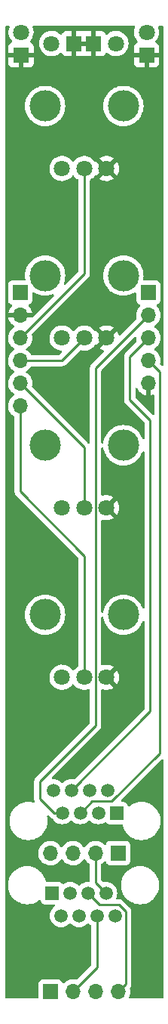
<source format=gbr>
%TF.GenerationSoftware,KiCad,Pcbnew,(6.0.11)*%
%TF.CreationDate,2023-03-10T16:44:35+00:00*%
%TF.ProjectId,QuadEnv_Controls,51756164-456e-4765-9f43-6f6e74726f6c,rev?*%
%TF.SameCoordinates,Original*%
%TF.FileFunction,Copper,L1,Top*%
%TF.FilePolarity,Positive*%
%FSLAX46Y46*%
G04 Gerber Fmt 4.6, Leading zero omitted, Abs format (unit mm)*
G04 Created by KiCad (PCBNEW (6.0.11)) date 2023-03-10 16:44:35*
%MOMM*%
%LPD*%
G01*
G04 APERTURE LIST*
%TA.AperFunction,WasherPad*%
%ADD10C,3.500000*%
%TD*%
%TA.AperFunction,ComponentPad*%
%ADD11C,1.800000*%
%TD*%
%TA.AperFunction,ComponentPad*%
%ADD12R,1.700000X1.700000*%
%TD*%
%TA.AperFunction,ComponentPad*%
%ADD13O,1.700000X1.700000*%
%TD*%
%TA.AperFunction,ComponentPad*%
%ADD14R,1.500000X1.500000*%
%TD*%
%TA.AperFunction,ComponentPad*%
%ADD15C,1.500000*%
%TD*%
%TA.AperFunction,ComponentPad*%
%ADD16R,1.800000X1.800000*%
%TD*%
%TA.AperFunction,ViaPad*%
%ADD17C,0.800000*%
%TD*%
%TA.AperFunction,Conductor*%
%ADD18C,0.250000*%
%TD*%
G04 APERTURE END LIST*
D10*
%TO.P,RV4,*%
%TO.N,*%
X63800000Y-110500000D03*
X55000000Y-110500000D03*
D11*
%TO.P,RV4,1,1*%
%TO.N,+3.3VA*%
X56900000Y-117500000D03*
%TO.P,RV4,2,2*%
%TO.N,/Sustain_Pot*%
X59400000Y-117500000D03*
%TO.P,RV4,3,3*%
%TO.N,GND*%
X61900000Y-117500000D03*
%TD*%
D10*
%TO.P,RV3,*%
%TO.N,*%
X63800000Y-91500000D03*
X55000000Y-91500000D03*
D11*
%TO.P,RV3,1,1*%
%TO.N,+3.3VA*%
X56900000Y-98500000D03*
%TO.P,RV3,2,2*%
%TO.N,/Release_Pot*%
X59400000Y-98500000D03*
%TO.P,RV3,3,3*%
%TO.N,GND*%
X61900000Y-98500000D03*
%TD*%
D10*
%TO.P,RV2,*%
%TO.N,*%
X63800000Y-72500000D03*
X55000000Y-72500000D03*
D11*
%TO.P,RV2,1,1*%
%TO.N,+3.3VA*%
X56900000Y-79500000D03*
%TO.P,RV2,2,2*%
%TO.N,/Decay_Pot*%
X59400000Y-79500000D03*
%TO.P,RV2,3,3*%
%TO.N,GND*%
X61900000Y-79500000D03*
%TD*%
D10*
%TO.P,RV1,*%
%TO.N,*%
X63800000Y-53500000D03*
X55000000Y-53500000D03*
D11*
%TO.P,RV1,1,1*%
%TO.N,+3.3VA*%
X56900000Y-60500000D03*
%TO.P,RV1,2,2*%
%TO.N,/Attack_Pot*%
X59400000Y-60500000D03*
%TO.P,RV1,3,3*%
%TO.N,GND*%
X61900000Y-60500000D03*
%TD*%
D12*
%TO.P,J4,1,Pin_1*%
%TO.N,/Led3_Out*%
X55600000Y-152700000D03*
D13*
%TO.P,J4,2,Pin_2*%
%TO.N,/Env3_Out*%
X58140000Y-152700000D03*
%TO.P,J4,3,Pin_3*%
%TO.N,/Led4_Out*%
X60680000Y-152700000D03*
%TO.P,J4,4,Pin_4*%
%TO.N,/Env4_Out*%
X63220000Y-152700000D03*
%TD*%
D12*
%TO.P,J3,1,Pin_1*%
%TO.N,/Led2_Out*%
X63200000Y-137200000D03*
D13*
%TO.P,J3,2,Pin_2*%
%TO.N,/Env2_Out*%
X60660000Y-137200000D03*
%TO.P,J3,3,Pin_3*%
%TO.N,/Led1_Out*%
X58120000Y-137200000D03*
%TO.P,J3,4,Pin_4*%
%TO.N,/Env1_Out*%
X55580000Y-137200000D03*
%TD*%
D12*
%TO.P,J2,1,Pin_1*%
%TO.N,/Gate1_In*%
X66600000Y-74400000D03*
D13*
%TO.P,J2,2,Pin_2*%
%TO.N,/Gate2_In*%
X66600000Y-76940000D03*
%TO.P,J2,3,Pin_3*%
%TO.N,/Gate3_In*%
X66600000Y-79480000D03*
%TO.P,J2,4,Pin_4*%
%TO.N,/Gate4_In*%
X66600000Y-82020000D03*
%TO.P,J2,5,Pin_5*%
%TO.N,GND*%
X66600000Y-84560000D03*
%TD*%
D12*
%TO.P,J1,1,Pin_1*%
%TO.N,+3.3VA*%
X52200000Y-74400000D03*
D13*
%TO.P,J1,2,Pin_2*%
%TO.N,GND*%
X52200000Y-76940000D03*
%TO.P,J1,3,Pin_3*%
%TO.N,/Attack_Pot*%
X52200000Y-79480000D03*
%TO.P,J1,4,Pin_4*%
%TO.N,/Decay_Pot*%
X52200000Y-82020000D03*
%TO.P,J1,5,Pin_5*%
%TO.N,/Release_Pot*%
X52200000Y-84560000D03*
%TO.P,J1,6,Pin_6*%
%TO.N,/Sustain_Pot*%
X52200000Y-87100000D03*
%TD*%
D14*
%TO.P,J6,8*%
%TO.N,unconnected-(J6-Pad8)*%
X55770000Y-141690000D03*
D15*
%TO.P,J6,7*%
%TO.N,unconnected-(J6-Pad7)*%
X56790000Y-144230000D03*
%TO.P,J6,6*%
%TO.N,unconnected-(J6-Pad6)*%
X57800000Y-141690000D03*
%TO.P,J6,5*%
%TO.N,unconnected-(J6-Pad5)*%
X58820000Y-144230000D03*
%TO.P,J6,4*%
%TO.N,/Env4_Out*%
X59830000Y-141690000D03*
%TO.P,J6,3*%
%TO.N,/Env3_Out*%
X60850000Y-144230000D03*
%TO.P,J6,2*%
%TO.N,/Env2_Out*%
X61850000Y-141690000D03*
%TO.P,J6,1*%
%TO.N,/Env1_Out*%
X62880000Y-144230000D03*
%TD*%
%TO.P,J5,1*%
%TO.N,/Gate1_In*%
X55920000Y-130170000D03*
%TO.P,J5,2*%
%TO.N,/Gate2_In*%
X56950000Y-132710000D03*
%TO.P,J5,3*%
%TO.N,/Gate3_In*%
X57950000Y-130170000D03*
%TO.P,J5,4*%
%TO.N,/Gate4_In*%
X58970000Y-132710000D03*
%TO.P,J5,5*%
%TO.N,unconnected-(J5-Pad5)*%
X59980000Y-130170000D03*
%TO.P,J5,6*%
%TO.N,unconnected-(J5-Pad6)*%
X61000000Y-132710000D03*
%TO.P,J5,7*%
%TO.N,unconnected-(J5-Pad7)*%
X62010000Y-130170000D03*
D14*
%TO.P,J5,8*%
%TO.N,unconnected-(J5-Pad8)*%
X63030000Y-132710000D03*
%TD*%
D11*
%TO.P,D1,2,A*%
%TO.N,/Led1_Out*%
X52300000Y-45230000D03*
D16*
%TO.P,D1,1,K*%
%TO.N,GND*%
X52300000Y-47770000D03*
%TD*%
%TO.P,D4,1,K*%
%TO.N,GND*%
X66400000Y-47770000D03*
D11*
%TO.P,D4,2,A*%
%TO.N,/Led4_Out*%
X66400000Y-45230000D03*
%TD*%
%TO.P,D3,2,A*%
%TO.N,/Led3_Out*%
X62970000Y-46500000D03*
D16*
%TO.P,D3,1,K*%
%TO.N,GND*%
X60430000Y-46500000D03*
%TD*%
D11*
%TO.P,D2,2,A*%
%TO.N,/Led2_Out*%
X55730000Y-46500000D03*
D16*
%TO.P,D2,1,K*%
%TO.N,GND*%
X58270000Y-46500000D03*
%TD*%
D17*
%TO.N,GND*%
X61800000Y-83700000D03*
X64200000Y-88200000D03*
%TD*%
D18*
%TO.N,/Sustain_Pot*%
X52200000Y-96700000D02*
X52200000Y-87100000D01*
X59400000Y-103900000D02*
X52200000Y-96700000D01*
X59400000Y-117500000D02*
X59400000Y-103900000D01*
%TO.N,/Gate2_In*%
X60675000Y-82865000D02*
X66600000Y-76940000D01*
X60675000Y-122925000D02*
X60675000Y-82865000D01*
X54400000Y-129200000D02*
X60675000Y-122925000D01*
X54400000Y-131100000D02*
X54400000Y-129200000D01*
X56010000Y-132710000D02*
X54400000Y-131100000D01*
X56950000Y-132710000D02*
X56010000Y-132710000D01*
%TO.N,/Gate4_In*%
X62500000Y-131400000D02*
X60280000Y-131400000D01*
X67900000Y-126000000D02*
X62500000Y-131400000D01*
X60280000Y-131400000D02*
X58970000Y-132710000D01*
X67900000Y-83320000D02*
X67900000Y-126000000D01*
X66600000Y-82020000D02*
X67900000Y-83320000D01*
%TO.N,/Env4_Out*%
X61140000Y-143000000D02*
X59830000Y-141690000D01*
X63300000Y-143000000D02*
X61140000Y-143000000D01*
X64070000Y-143770000D02*
X63300000Y-143000000D01*
X63220000Y-152700000D02*
X64070000Y-151850000D01*
X64070000Y-151850000D02*
X64070000Y-143770000D01*
%TO.N,/Gate3_In*%
X64500000Y-81580000D02*
X66600000Y-79480000D01*
X64500000Y-86400000D02*
X64500000Y-81580000D01*
X66800000Y-88700000D02*
X64500000Y-86400000D01*
X66800000Y-121320000D02*
X66800000Y-88700000D01*
X57950000Y-130170000D02*
X66800000Y-121320000D01*
%TO.N,/Release_Pot*%
X59400000Y-91760000D02*
X52200000Y-84560000D01*
X59400000Y-98500000D02*
X59400000Y-91760000D01*
%TO.N,/Decay_Pot*%
X56880000Y-82020000D02*
X52200000Y-82020000D01*
X59400000Y-79500000D02*
X56880000Y-82020000D01*
%TO.N,/Attack_Pot*%
X59400000Y-72280000D02*
X52200000Y-79480000D01*
X59400000Y-60500000D02*
X59400000Y-72280000D01*
%TO.N,/Env2_Out*%
X60660000Y-140500000D02*
X61850000Y-141690000D01*
X60660000Y-137200000D02*
X60660000Y-140500000D01*
%TO.N,/Env3_Out*%
X58140000Y-152700000D02*
X60850000Y-149990000D01*
X60850000Y-149990000D02*
X60850000Y-144230000D01*
%TD*%
%TA.AperFunction,Conductor*%
%TO.N,GND*%
G36*
X50952701Y-44528502D02*
G01*
X50999194Y-44582158D01*
X51009298Y-44652432D01*
X50998867Y-44687551D01*
X50975778Y-44737291D01*
X50975774Y-44737302D01*
X50973602Y-44741981D01*
X50911707Y-44965169D01*
X50887095Y-45195469D01*
X50887392Y-45200622D01*
X50887392Y-45200625D01*
X50894293Y-45320315D01*
X50900427Y-45426697D01*
X50901564Y-45431743D01*
X50901565Y-45431749D01*
X50933741Y-45574523D01*
X50951346Y-45652642D01*
X50953288Y-45657424D01*
X50953289Y-45657428D01*
X51022467Y-45827793D01*
X51038484Y-45867237D01*
X51159501Y-46064719D01*
X51162882Y-46068622D01*
X51271653Y-46194191D01*
X51301135Y-46258776D01*
X51291020Y-46329049D01*
X51244519Y-46382697D01*
X51220646Y-46394670D01*
X51161944Y-46416677D01*
X51146351Y-46425214D01*
X51044276Y-46501715D01*
X51031715Y-46514276D01*
X50955214Y-46616351D01*
X50946676Y-46631946D01*
X50901522Y-46752394D01*
X50897895Y-46767649D01*
X50892369Y-46818514D01*
X50892000Y-46825328D01*
X50892000Y-47497885D01*
X50896475Y-47513124D01*
X50897865Y-47514329D01*
X50905548Y-47516000D01*
X53689884Y-47516000D01*
X53705123Y-47511525D01*
X53706328Y-47510135D01*
X53707999Y-47502452D01*
X53707999Y-46825331D01*
X53707629Y-46818510D01*
X53702105Y-46767648D01*
X53698479Y-46752396D01*
X53653324Y-46631946D01*
X53644786Y-46616351D01*
X53568285Y-46514276D01*
X53555724Y-46501715D01*
X53507361Y-46465469D01*
X54317095Y-46465469D01*
X54317392Y-46470622D01*
X54317392Y-46470625D01*
X54323067Y-46569041D01*
X54330427Y-46696697D01*
X54331564Y-46701743D01*
X54331565Y-46701749D01*
X54357879Y-46818510D01*
X54381346Y-46922642D01*
X54383288Y-46927424D01*
X54383289Y-46927428D01*
X54466540Y-47132450D01*
X54468484Y-47137237D01*
X54589501Y-47334719D01*
X54741147Y-47509784D01*
X54919349Y-47657730D01*
X55119322Y-47774584D01*
X55335694Y-47857209D01*
X55340760Y-47858240D01*
X55340761Y-47858240D01*
X55393846Y-47869040D01*
X55562656Y-47903385D01*
X55693324Y-47908176D01*
X55788949Y-47911683D01*
X55788953Y-47911683D01*
X55794113Y-47911872D01*
X55799233Y-47911216D01*
X55799235Y-47911216D01*
X55872270Y-47901860D01*
X56023847Y-47882442D01*
X56028795Y-47880957D01*
X56028802Y-47880956D01*
X56240747Y-47817369D01*
X56245690Y-47815886D01*
X56326236Y-47776427D01*
X56449049Y-47716262D01*
X56449052Y-47716260D01*
X56453684Y-47713991D01*
X56642243Y-47579494D01*
X56645900Y-47575850D01*
X56645906Y-47575845D01*
X56687697Y-47534199D01*
X56750068Y-47500282D01*
X56820875Y-47505470D01*
X56877637Y-47548116D01*
X56894619Y-47579218D01*
X56916677Y-47638056D01*
X56925214Y-47653649D01*
X57001715Y-47755724D01*
X57014276Y-47768285D01*
X57116351Y-47844786D01*
X57131946Y-47853324D01*
X57252394Y-47898478D01*
X57267649Y-47902105D01*
X57318514Y-47907631D01*
X57325328Y-47908000D01*
X57997885Y-47908000D01*
X58013124Y-47903525D01*
X58014329Y-47902135D01*
X58016000Y-47894452D01*
X58016000Y-47889884D01*
X58524000Y-47889884D01*
X58528475Y-47905123D01*
X58529865Y-47906328D01*
X58537548Y-47907999D01*
X59214669Y-47907999D01*
X59221490Y-47907629D01*
X59272350Y-47902105D01*
X59287606Y-47898478D01*
X59305773Y-47891668D01*
X59376580Y-47886486D01*
X59394227Y-47891668D01*
X59412399Y-47898480D01*
X59427643Y-47902105D01*
X59478514Y-47907631D01*
X59485328Y-47908000D01*
X60157885Y-47908000D01*
X60173124Y-47903525D01*
X60174329Y-47902135D01*
X60176000Y-47894452D01*
X60176000Y-47889884D01*
X60684000Y-47889884D01*
X60688475Y-47905123D01*
X60689865Y-47906328D01*
X60697548Y-47907999D01*
X61374669Y-47907999D01*
X61381490Y-47907629D01*
X61432352Y-47902105D01*
X61447604Y-47898479D01*
X61568054Y-47853324D01*
X61583649Y-47844786D01*
X61685724Y-47768285D01*
X61698285Y-47755724D01*
X61774786Y-47653649D01*
X61783324Y-47638054D01*
X61804773Y-47580840D01*
X61847415Y-47524075D01*
X61913977Y-47499376D01*
X61983325Y-47514584D01*
X62003240Y-47528126D01*
X62135652Y-47638056D01*
X62159349Y-47657730D01*
X62359322Y-47774584D01*
X62575694Y-47857209D01*
X62580760Y-47858240D01*
X62580761Y-47858240D01*
X62633846Y-47869040D01*
X62802656Y-47903385D01*
X62933324Y-47908176D01*
X63028949Y-47911683D01*
X63028953Y-47911683D01*
X63034113Y-47911872D01*
X63039233Y-47911216D01*
X63039235Y-47911216D01*
X63112270Y-47901860D01*
X63263847Y-47882442D01*
X63268795Y-47880957D01*
X63268802Y-47880956D01*
X63480747Y-47817369D01*
X63485690Y-47815886D01*
X63566236Y-47776427D01*
X63689049Y-47716262D01*
X63689052Y-47716260D01*
X63693684Y-47713991D01*
X63882243Y-47579494D01*
X64046303Y-47416005D01*
X64181458Y-47227917D01*
X64228641Y-47132450D01*
X64281784Y-47024922D01*
X64281785Y-47024920D01*
X64284078Y-47020280D01*
X64351408Y-46798671D01*
X64381640Y-46569041D01*
X64383327Y-46500000D01*
X64373683Y-46382697D01*
X64364773Y-46274318D01*
X64364772Y-46274312D01*
X64364349Y-46269167D01*
X64336137Y-46156850D01*
X64309184Y-46049544D01*
X64309183Y-46049540D01*
X64307925Y-46044533D01*
X64305866Y-46039797D01*
X64217630Y-45836868D01*
X64217628Y-45836865D01*
X64215570Y-45832131D01*
X64089764Y-45637665D01*
X63933887Y-45466358D01*
X63929836Y-45463159D01*
X63929832Y-45463155D01*
X63756177Y-45326011D01*
X63756172Y-45326008D01*
X63752123Y-45322810D01*
X63747607Y-45320317D01*
X63747604Y-45320315D01*
X63553879Y-45213373D01*
X63553875Y-45213371D01*
X63549355Y-45210876D01*
X63544486Y-45209152D01*
X63544482Y-45209150D01*
X63335903Y-45135288D01*
X63335899Y-45135287D01*
X63331028Y-45133562D01*
X63325935Y-45132655D01*
X63325932Y-45132654D01*
X63108095Y-45093851D01*
X63108089Y-45093850D01*
X63103006Y-45092945D01*
X63025644Y-45092000D01*
X62876581Y-45090179D01*
X62876579Y-45090179D01*
X62871411Y-45090116D01*
X62642464Y-45125150D01*
X62422314Y-45197106D01*
X62417726Y-45199494D01*
X62417722Y-45199496D01*
X62232933Y-45295691D01*
X62216872Y-45304052D01*
X62212739Y-45307155D01*
X62212736Y-45307157D01*
X62035790Y-45440012D01*
X62031655Y-45443117D01*
X62028083Y-45446855D01*
X62013787Y-45461815D01*
X61952263Y-45497245D01*
X61881351Y-45493788D01*
X61823564Y-45452543D01*
X61804711Y-45418994D01*
X61783324Y-45361946D01*
X61774786Y-45346351D01*
X61698285Y-45244276D01*
X61685724Y-45231715D01*
X61583649Y-45155214D01*
X61568054Y-45146676D01*
X61447606Y-45101522D01*
X61432351Y-45097895D01*
X61381486Y-45092369D01*
X61374672Y-45092000D01*
X60702115Y-45092000D01*
X60686876Y-45096475D01*
X60685671Y-45097865D01*
X60684000Y-45105548D01*
X60684000Y-47889884D01*
X60176000Y-47889884D01*
X60176000Y-46772115D01*
X60171525Y-46756876D01*
X60170135Y-46755671D01*
X60162452Y-46754000D01*
X58542115Y-46754000D01*
X58526876Y-46758475D01*
X58525671Y-46759865D01*
X58524000Y-46767548D01*
X58524000Y-47889884D01*
X58016000Y-47889884D01*
X58016000Y-46227885D01*
X58524000Y-46227885D01*
X58528475Y-46243124D01*
X58529865Y-46244329D01*
X58537548Y-46246000D01*
X60157885Y-46246000D01*
X60173124Y-46241525D01*
X60174329Y-46240135D01*
X60176000Y-46232452D01*
X60176000Y-45110116D01*
X60171525Y-45094877D01*
X60170135Y-45093672D01*
X60162452Y-45092001D01*
X59485331Y-45092001D01*
X59478510Y-45092371D01*
X59427650Y-45097895D01*
X59412394Y-45101522D01*
X59394227Y-45108332D01*
X59323420Y-45113514D01*
X59305773Y-45108332D01*
X59287601Y-45101520D01*
X59272357Y-45097895D01*
X59221486Y-45092369D01*
X59214672Y-45092000D01*
X58542115Y-45092000D01*
X58526876Y-45096475D01*
X58525671Y-45097865D01*
X58524000Y-45105548D01*
X58524000Y-46227885D01*
X58016000Y-46227885D01*
X58016000Y-45110116D01*
X58011525Y-45094877D01*
X58010135Y-45093672D01*
X58002452Y-45092001D01*
X57325331Y-45092001D01*
X57318510Y-45092371D01*
X57267648Y-45097895D01*
X57252396Y-45101521D01*
X57131946Y-45146676D01*
X57116351Y-45155214D01*
X57014276Y-45231715D01*
X57001715Y-45244276D01*
X56925214Y-45346351D01*
X56916675Y-45361948D01*
X56895934Y-45417275D01*
X56853293Y-45474040D01*
X56786731Y-45498740D01*
X56717383Y-45483533D01*
X56694388Y-45466909D01*
X56693887Y-45466358D01*
X56650064Y-45431749D01*
X56516177Y-45326011D01*
X56516172Y-45326008D01*
X56512123Y-45322810D01*
X56507607Y-45320317D01*
X56507604Y-45320315D01*
X56313879Y-45213373D01*
X56313875Y-45213371D01*
X56309355Y-45210876D01*
X56304486Y-45209152D01*
X56304482Y-45209150D01*
X56095903Y-45135288D01*
X56095899Y-45135287D01*
X56091028Y-45133562D01*
X56085935Y-45132655D01*
X56085932Y-45132654D01*
X55868095Y-45093851D01*
X55868089Y-45093850D01*
X55863006Y-45092945D01*
X55785644Y-45092000D01*
X55636581Y-45090179D01*
X55636579Y-45090179D01*
X55631411Y-45090116D01*
X55402464Y-45125150D01*
X55182314Y-45197106D01*
X55177726Y-45199494D01*
X55177722Y-45199496D01*
X54992933Y-45295691D01*
X54976872Y-45304052D01*
X54972739Y-45307155D01*
X54972736Y-45307157D01*
X54795790Y-45440012D01*
X54791655Y-45443117D01*
X54631639Y-45610564D01*
X54628725Y-45614836D01*
X54628724Y-45614837D01*
X54555348Y-45722402D01*
X54501119Y-45801899D01*
X54403602Y-46011981D01*
X54341707Y-46235169D01*
X54317095Y-46465469D01*
X53507361Y-46465469D01*
X53453649Y-46425214D01*
X53438052Y-46416675D01*
X53379415Y-46394693D01*
X53322650Y-46352052D01*
X53297950Y-46285490D01*
X53313157Y-46216141D01*
X53334703Y-46187461D01*
X53372641Y-46149654D01*
X53376303Y-46146005D01*
X53511458Y-45957917D01*
X53558641Y-45862450D01*
X53611784Y-45754922D01*
X53611785Y-45754920D01*
X53614078Y-45750280D01*
X53681408Y-45528671D01*
X53711640Y-45299041D01*
X53713327Y-45230000D01*
X53707032Y-45153434D01*
X53694773Y-45004318D01*
X53694772Y-45004312D01*
X53694349Y-44999167D01*
X53637925Y-44774533D01*
X53635869Y-44769803D01*
X53635866Y-44769796D01*
X53598883Y-44684742D01*
X53590063Y-44614295D01*
X53620730Y-44550264D01*
X53681147Y-44512976D01*
X53714433Y-44508500D01*
X64984580Y-44508500D01*
X65052701Y-44528502D01*
X65099194Y-44582158D01*
X65109298Y-44652432D01*
X65098867Y-44687551D01*
X65075778Y-44737291D01*
X65075774Y-44737302D01*
X65073602Y-44741981D01*
X65011707Y-44965169D01*
X64987095Y-45195469D01*
X64987392Y-45200622D01*
X64987392Y-45200625D01*
X64994293Y-45320315D01*
X65000427Y-45426697D01*
X65001564Y-45431743D01*
X65001565Y-45431749D01*
X65033741Y-45574523D01*
X65051346Y-45652642D01*
X65053288Y-45657424D01*
X65053289Y-45657428D01*
X65122467Y-45827793D01*
X65138484Y-45867237D01*
X65259501Y-46064719D01*
X65262882Y-46068622D01*
X65371653Y-46194191D01*
X65401135Y-46258776D01*
X65391020Y-46329049D01*
X65344519Y-46382697D01*
X65320646Y-46394670D01*
X65261944Y-46416677D01*
X65246351Y-46425214D01*
X65144276Y-46501715D01*
X65131715Y-46514276D01*
X65055214Y-46616351D01*
X65046676Y-46631946D01*
X65001522Y-46752394D01*
X64997895Y-46767649D01*
X64992369Y-46818514D01*
X64992000Y-46825328D01*
X64992000Y-47497885D01*
X64996475Y-47513124D01*
X64997865Y-47514329D01*
X65005548Y-47516000D01*
X67789884Y-47516000D01*
X67805123Y-47511525D01*
X67806328Y-47510135D01*
X67807999Y-47502452D01*
X67807999Y-46825331D01*
X67807629Y-46818510D01*
X67802105Y-46767648D01*
X67798479Y-46752396D01*
X67753324Y-46631946D01*
X67744786Y-46616351D01*
X67668285Y-46514276D01*
X67655724Y-46501715D01*
X67553649Y-46425214D01*
X67538052Y-46416675D01*
X67479415Y-46394693D01*
X67422650Y-46352052D01*
X67397950Y-46285490D01*
X67413157Y-46216141D01*
X67434703Y-46187461D01*
X67472641Y-46149654D01*
X67476303Y-46146005D01*
X67611458Y-45957917D01*
X67658641Y-45862450D01*
X67711784Y-45754922D01*
X67711785Y-45754920D01*
X67714078Y-45750280D01*
X67781408Y-45528671D01*
X67811640Y-45299041D01*
X67813327Y-45230000D01*
X67807032Y-45153434D01*
X67794773Y-45004318D01*
X67794772Y-45004312D01*
X67794349Y-44999167D01*
X67737925Y-44774533D01*
X67735869Y-44769803D01*
X67735866Y-44769796D01*
X67698883Y-44684742D01*
X67690063Y-44614295D01*
X67720730Y-44550264D01*
X67781147Y-44512976D01*
X67814433Y-44508500D01*
X68165500Y-44508500D01*
X68233621Y-44528502D01*
X68280114Y-44582158D01*
X68291500Y-44634500D01*
X68291500Y-82511404D01*
X68271498Y-82579525D01*
X68217842Y-82626018D01*
X68147568Y-82636122D01*
X68082988Y-82606628D01*
X68076405Y-82600500D01*
X67951217Y-82475312D01*
X67917193Y-82413002D01*
X67919755Y-82349589D01*
X67930865Y-82313022D01*
X67932370Y-82308069D01*
X67961529Y-82086590D01*
X67963156Y-82020000D01*
X67944852Y-81797361D01*
X67890431Y-81580702D01*
X67801354Y-81375840D01*
X67712798Y-81238953D01*
X67682822Y-81192617D01*
X67682820Y-81192614D01*
X67680014Y-81188277D01*
X67529670Y-81023051D01*
X67525619Y-81019852D01*
X67525615Y-81019848D01*
X67358414Y-80887800D01*
X67358410Y-80887798D01*
X67354359Y-80884598D01*
X67313053Y-80861796D01*
X67263084Y-80811364D01*
X67248312Y-80741921D01*
X67273428Y-80675516D01*
X67300780Y-80648909D01*
X67344603Y-80617650D01*
X67479860Y-80521173D01*
X67487976Y-80513086D01*
X67634435Y-80367137D01*
X67638096Y-80363489D01*
X67697594Y-80280689D01*
X67765435Y-80186277D01*
X67768453Y-80182077D01*
X67867430Y-79981811D01*
X67932370Y-79768069D01*
X67961529Y-79546590D01*
X67961611Y-79543240D01*
X67963074Y-79483365D01*
X67963074Y-79483361D01*
X67963156Y-79480000D01*
X67944852Y-79257361D01*
X67890431Y-79040702D01*
X67801354Y-78835840D01*
X67761906Y-78774862D01*
X67682822Y-78652617D01*
X67682820Y-78652614D01*
X67680014Y-78648277D01*
X67529670Y-78483051D01*
X67525619Y-78479852D01*
X67525615Y-78479848D01*
X67358414Y-78347800D01*
X67358410Y-78347798D01*
X67354359Y-78344598D01*
X67313053Y-78321796D01*
X67263084Y-78271364D01*
X67248312Y-78201921D01*
X67273428Y-78135516D01*
X67300780Y-78108909D01*
X67379279Y-78052916D01*
X67479860Y-77981173D01*
X67638096Y-77823489D01*
X67768453Y-77642077D01*
X67867430Y-77441811D01*
X67932370Y-77228069D01*
X67961529Y-77006590D01*
X67963156Y-76940000D01*
X67944852Y-76717361D01*
X67890431Y-76500702D01*
X67801354Y-76295840D01*
X67680014Y-76108277D01*
X67660405Y-76086727D01*
X67532798Y-75946488D01*
X67501746Y-75882642D01*
X67510141Y-75812143D01*
X67555317Y-75757375D01*
X67581761Y-75743706D01*
X67688297Y-75703767D01*
X67696705Y-75700615D01*
X67813261Y-75613261D01*
X67900615Y-75496705D01*
X67951745Y-75360316D01*
X67958500Y-75298134D01*
X67958500Y-73501866D01*
X67951745Y-73439684D01*
X67900615Y-73303295D01*
X67813261Y-73186739D01*
X67696705Y-73099385D01*
X67560316Y-73048255D01*
X67498134Y-73041500D01*
X66148567Y-73041500D01*
X66080446Y-73021498D01*
X66033953Y-72967842D01*
X66024988Y-72890918D01*
X66043180Y-72799465D01*
X66043181Y-72799459D01*
X66043983Y-72795426D01*
X66044755Y-72783657D01*
X66063076Y-72504119D01*
X66063346Y-72500000D01*
X66056979Y-72402856D01*
X66044253Y-72208686D01*
X66044252Y-72208679D01*
X66043983Y-72204574D01*
X66014132Y-72054501D01*
X65987030Y-71918253D01*
X65987028Y-71918247D01*
X65986224Y-71914203D01*
X65891059Y-71633855D01*
X65760115Y-71368327D01*
X65595633Y-71122162D01*
X65592919Y-71119068D01*
X65592915Y-71119062D01*
X65403136Y-70902662D01*
X65400427Y-70899573D01*
X65397338Y-70896864D01*
X65180938Y-70707085D01*
X65180932Y-70707081D01*
X65177838Y-70704367D01*
X65174412Y-70702078D01*
X65174407Y-70702074D01*
X64935106Y-70542179D01*
X64931673Y-70539885D01*
X64927974Y-70538061D01*
X64927969Y-70538058D01*
X64791687Y-70470852D01*
X64666145Y-70408941D01*
X64662239Y-70407615D01*
X64389710Y-70315104D01*
X64389706Y-70315103D01*
X64385797Y-70313776D01*
X64381753Y-70312972D01*
X64381747Y-70312970D01*
X64099465Y-70256820D01*
X64099459Y-70256819D01*
X64095426Y-70256017D01*
X64091321Y-70255748D01*
X64091314Y-70255747D01*
X63804119Y-70236924D01*
X63800000Y-70236654D01*
X63795881Y-70236924D01*
X63508686Y-70255747D01*
X63508679Y-70255748D01*
X63504574Y-70256017D01*
X63500541Y-70256819D01*
X63500535Y-70256820D01*
X63218253Y-70312970D01*
X63218247Y-70312972D01*
X63214203Y-70313776D01*
X63210294Y-70315103D01*
X63210290Y-70315104D01*
X62937761Y-70407615D01*
X62933855Y-70408941D01*
X62808313Y-70470852D01*
X62672031Y-70538058D01*
X62672026Y-70538061D01*
X62668327Y-70539885D01*
X62664894Y-70542179D01*
X62425593Y-70702074D01*
X62425588Y-70702078D01*
X62422162Y-70704367D01*
X62419068Y-70707081D01*
X62419062Y-70707085D01*
X62202662Y-70896864D01*
X62199573Y-70899573D01*
X62196864Y-70902662D01*
X62007085Y-71119062D01*
X62007081Y-71119068D01*
X62004367Y-71122162D01*
X61839885Y-71368327D01*
X61708941Y-71633855D01*
X61613776Y-71914203D01*
X61612972Y-71918247D01*
X61612970Y-71918253D01*
X61585869Y-72054501D01*
X61556017Y-72204574D01*
X61555748Y-72208679D01*
X61555747Y-72208686D01*
X61543021Y-72402856D01*
X61536654Y-72500000D01*
X61536924Y-72504119D01*
X61555246Y-72783657D01*
X61556017Y-72795426D01*
X61556819Y-72799459D01*
X61556820Y-72799465D01*
X61606308Y-73048255D01*
X61613776Y-73085797D01*
X61615103Y-73089706D01*
X61615104Y-73089710D01*
X61618388Y-73099385D01*
X61708941Y-73366145D01*
X61749081Y-73447540D01*
X61778837Y-73507879D01*
X61839885Y-73631673D01*
X62004367Y-73877838D01*
X62007081Y-73880932D01*
X62007085Y-73880938D01*
X62196864Y-74097338D01*
X62199573Y-74100427D01*
X62202662Y-74103136D01*
X62419062Y-74292915D01*
X62419068Y-74292919D01*
X62422162Y-74295633D01*
X62425588Y-74297922D01*
X62425593Y-74297926D01*
X62609344Y-74420704D01*
X62668327Y-74460115D01*
X62672026Y-74461939D01*
X62672031Y-74461942D01*
X62726545Y-74488825D01*
X62933855Y-74591059D01*
X62937760Y-74592384D01*
X62937761Y-74592385D01*
X63210290Y-74684896D01*
X63210294Y-74684897D01*
X63214203Y-74686224D01*
X63218247Y-74687028D01*
X63218253Y-74687030D01*
X63500535Y-74743180D01*
X63500541Y-74743181D01*
X63504574Y-74743983D01*
X63508679Y-74744252D01*
X63508686Y-74744253D01*
X63795881Y-74763076D01*
X63800000Y-74763346D01*
X63804119Y-74763076D01*
X64091314Y-74744253D01*
X64091321Y-74744252D01*
X64095426Y-74743983D01*
X64099459Y-74743181D01*
X64099465Y-74743180D01*
X64381747Y-74687030D01*
X64381753Y-74687028D01*
X64385797Y-74686224D01*
X64389706Y-74684897D01*
X64389710Y-74684896D01*
X64662239Y-74592385D01*
X64662240Y-74592384D01*
X64666145Y-74591059D01*
X64873455Y-74488825D01*
X64927969Y-74461942D01*
X64927974Y-74461939D01*
X64931673Y-74460115D01*
X64990656Y-74420704D01*
X65045498Y-74384060D01*
X65113251Y-74362845D01*
X65181718Y-74381628D01*
X65229161Y-74434446D01*
X65241500Y-74488825D01*
X65241500Y-75298134D01*
X65248255Y-75360316D01*
X65299385Y-75496705D01*
X65386739Y-75613261D01*
X65503295Y-75700615D01*
X65511704Y-75703767D01*
X65511705Y-75703768D01*
X65620451Y-75744535D01*
X65677216Y-75787176D01*
X65701916Y-75853738D01*
X65686709Y-75923087D01*
X65667316Y-75949568D01*
X65540629Y-76082138D01*
X65537715Y-76086410D01*
X65537714Y-76086411D01*
X65525409Y-76104450D01*
X65414743Y-76266680D01*
X65320688Y-76469305D01*
X65260989Y-76684570D01*
X65237251Y-76906695D01*
X65237548Y-76911848D01*
X65237548Y-76911851D01*
X65243011Y-77006590D01*
X65250110Y-77129715D01*
X65251247Y-77134761D01*
X65251248Y-77134767D01*
X65283453Y-77277668D01*
X65278917Y-77348520D01*
X65249631Y-77394464D01*
X63467270Y-79176825D01*
X63404958Y-79210851D01*
X63334143Y-79205786D01*
X63277307Y-79163239D01*
X63255971Y-79118426D01*
X63238709Y-79049706D01*
X63235389Y-79039953D01*
X63147193Y-78837118D01*
X63142315Y-78828020D01*
X63069224Y-78715038D01*
X63058538Y-78705835D01*
X63048973Y-78710238D01*
X61900000Y-79859210D01*
X61110182Y-80649029D01*
X61103423Y-80661406D01*
X61108705Y-80668461D01*
X61285080Y-80771527D01*
X61294363Y-80775974D01*
X61501003Y-80854883D01*
X61515868Y-80859202D01*
X61515495Y-80860486D01*
X61572749Y-80890756D01*
X61607611Y-80952604D01*
X61603500Y-81023482D01*
X61573957Y-81070138D01*
X60282747Y-82361348D01*
X60274461Y-82368888D01*
X60267982Y-82373000D01*
X60262557Y-82378777D01*
X60221357Y-82422651D01*
X60218602Y-82425493D01*
X60198865Y-82445230D01*
X60196385Y-82448427D01*
X60188682Y-82457447D01*
X60158414Y-82489679D01*
X60154595Y-82496625D01*
X60154593Y-82496628D01*
X60148652Y-82507434D01*
X60137801Y-82523953D01*
X60125386Y-82539959D01*
X60122241Y-82547228D01*
X60122238Y-82547232D01*
X60107826Y-82580537D01*
X60102609Y-82591187D01*
X60081305Y-82629940D01*
X60079334Y-82637615D01*
X60079334Y-82637616D01*
X60076267Y-82649562D01*
X60069863Y-82668266D01*
X60061819Y-82686855D01*
X60060580Y-82694678D01*
X60060577Y-82694688D01*
X60054901Y-82730524D01*
X60052495Y-82742144D01*
X60041500Y-82784970D01*
X60041500Y-82805224D01*
X60039949Y-82824934D01*
X60036780Y-82844943D01*
X60037526Y-82852835D01*
X60040941Y-82888961D01*
X60041500Y-82900819D01*
X60041500Y-91200752D01*
X60021498Y-91268873D01*
X59967842Y-91315366D01*
X59897568Y-91325470D01*
X59835177Y-91297831D01*
X59831388Y-91294696D01*
X59822616Y-91286712D01*
X53551218Y-85015313D01*
X53517192Y-84953001D01*
X53519755Y-84889589D01*
X53530865Y-84853022D01*
X53532370Y-84848069D01*
X53561529Y-84626590D01*
X53563156Y-84560000D01*
X53544852Y-84337361D01*
X53490431Y-84120702D01*
X53401354Y-83915840D01*
X53280014Y-83728277D01*
X53129670Y-83563051D01*
X53125619Y-83559852D01*
X53125615Y-83559848D01*
X52958414Y-83427800D01*
X52958410Y-83427798D01*
X52954359Y-83424598D01*
X52913053Y-83401796D01*
X52863084Y-83351364D01*
X52848312Y-83281921D01*
X52873428Y-83215516D01*
X52900780Y-83188909D01*
X52944603Y-83157650D01*
X53079860Y-83061173D01*
X53238096Y-82903489D01*
X53248536Y-82888961D01*
X53365435Y-82726277D01*
X53368453Y-82722077D01*
X53370746Y-82717437D01*
X53372446Y-82714608D01*
X53424674Y-82666518D01*
X53480451Y-82653500D01*
X56801233Y-82653500D01*
X56812416Y-82654027D01*
X56819909Y-82655702D01*
X56827835Y-82655453D01*
X56827836Y-82655453D01*
X56887986Y-82653562D01*
X56891945Y-82653500D01*
X56919856Y-82653500D01*
X56923791Y-82653003D01*
X56923856Y-82652995D01*
X56935693Y-82652062D01*
X56967951Y-82651048D01*
X56971970Y-82650922D01*
X56979889Y-82650673D01*
X56999343Y-82645021D01*
X57018700Y-82641013D01*
X57030930Y-82639468D01*
X57030931Y-82639468D01*
X57038797Y-82638474D01*
X57046168Y-82635555D01*
X57046170Y-82635555D01*
X57079912Y-82622196D01*
X57091142Y-82618351D01*
X57125983Y-82608229D01*
X57125984Y-82608229D01*
X57133593Y-82606018D01*
X57140412Y-82601985D01*
X57140417Y-82601983D01*
X57151028Y-82595707D01*
X57168776Y-82587012D01*
X57187617Y-82579552D01*
X57223387Y-82553564D01*
X57233307Y-82547048D01*
X57264535Y-82528580D01*
X57264538Y-82528578D01*
X57271362Y-82524542D01*
X57285683Y-82510221D01*
X57300717Y-82497380D01*
X57310694Y-82490131D01*
X57317107Y-82485472D01*
X57345298Y-82451395D01*
X57353288Y-82442616D01*
X58902148Y-80893756D01*
X58964460Y-80859730D01*
X59016363Y-80859380D01*
X59122414Y-80880956D01*
X59232656Y-80903385D01*
X59363324Y-80908176D01*
X59458949Y-80911683D01*
X59458953Y-80911683D01*
X59464113Y-80911872D01*
X59469233Y-80911216D01*
X59469235Y-80911216D01*
X59542270Y-80901860D01*
X59693847Y-80882442D01*
X59698795Y-80880957D01*
X59698802Y-80880956D01*
X59910747Y-80817369D01*
X59915690Y-80815886D01*
X59924921Y-80811364D01*
X60119049Y-80716262D01*
X60119052Y-80716260D01*
X60123684Y-80713991D01*
X60312243Y-80579494D01*
X60476303Y-80416005D01*
X60550714Y-80312451D01*
X60606709Y-80268803D01*
X60677412Y-80262357D01*
X60737572Y-80292543D01*
X60740555Y-80295242D01*
X60749330Y-80291459D01*
X61527979Y-79512811D01*
X61535592Y-79498868D01*
X61535461Y-79497034D01*
X61531210Y-79490420D01*
X60753862Y-78713073D01*
X60742331Y-78706776D01*
X60732877Y-78714183D01*
X60666918Y-78740450D01*
X60597229Y-78726887D01*
X60549377Y-78683440D01*
X60522571Y-78642004D01*
X60519764Y-78637665D01*
X60363887Y-78466358D01*
X60359836Y-78463159D01*
X60359832Y-78463155D01*
X60204790Y-78340711D01*
X61105508Y-78340711D01*
X61112251Y-78353040D01*
X61887189Y-79127979D01*
X61901132Y-79135592D01*
X61902966Y-79135461D01*
X61909580Y-79131210D01*
X62688994Y-78351795D01*
X62696011Y-78338944D01*
X62688237Y-78328274D01*
X62685902Y-78326430D01*
X62677320Y-78320729D01*
X62483678Y-78213833D01*
X62474272Y-78209606D01*
X62265772Y-78135772D01*
X62255809Y-78133140D01*
X62038047Y-78094350D01*
X62027796Y-78093381D01*
X61806616Y-78090679D01*
X61796332Y-78091399D01*
X61577693Y-78124855D01*
X61567666Y-78127244D01*
X61357426Y-78195961D01*
X61347916Y-78199958D01*
X61151725Y-78302089D01*
X61143007Y-78307578D01*
X61113961Y-78329386D01*
X61105508Y-78340711D01*
X60204790Y-78340711D01*
X60186177Y-78326011D01*
X60186172Y-78326008D01*
X60182123Y-78322810D01*
X60177607Y-78320317D01*
X60177604Y-78320315D01*
X59983879Y-78213373D01*
X59983875Y-78213371D01*
X59979355Y-78210876D01*
X59974486Y-78209152D01*
X59974482Y-78209150D01*
X59765903Y-78135288D01*
X59765899Y-78135287D01*
X59761028Y-78133562D01*
X59755935Y-78132655D01*
X59755932Y-78132654D01*
X59538095Y-78093851D01*
X59538089Y-78093850D01*
X59533006Y-78092945D01*
X59460096Y-78092054D01*
X59306581Y-78090179D01*
X59306579Y-78090179D01*
X59301411Y-78090116D01*
X59072464Y-78125150D01*
X58852314Y-78197106D01*
X58847726Y-78199494D01*
X58847722Y-78199496D01*
X58776373Y-78236638D01*
X58646872Y-78304052D01*
X58642739Y-78307155D01*
X58642736Y-78307157D01*
X58588605Y-78347800D01*
X58461655Y-78443117D01*
X58301639Y-78610564D01*
X58254836Y-78679174D01*
X58199927Y-78724175D01*
X58129402Y-78732346D01*
X58065655Y-78701092D01*
X58044959Y-78676609D01*
X58022577Y-78642013D01*
X58022576Y-78642012D01*
X58019764Y-78637665D01*
X57863887Y-78466358D01*
X57859836Y-78463159D01*
X57859832Y-78463155D01*
X57686177Y-78326011D01*
X57686172Y-78326008D01*
X57682123Y-78322810D01*
X57677607Y-78320317D01*
X57677604Y-78320315D01*
X57483879Y-78213373D01*
X57483875Y-78213371D01*
X57479355Y-78210876D01*
X57474486Y-78209152D01*
X57474482Y-78209150D01*
X57265903Y-78135288D01*
X57265899Y-78135287D01*
X57261028Y-78133562D01*
X57255935Y-78132655D01*
X57255932Y-78132654D01*
X57038095Y-78093851D01*
X57038089Y-78093850D01*
X57033006Y-78092945D01*
X56960096Y-78092054D01*
X56806581Y-78090179D01*
X56806579Y-78090179D01*
X56801411Y-78090116D01*
X56572464Y-78125150D01*
X56352314Y-78197106D01*
X56347726Y-78199494D01*
X56347722Y-78199496D01*
X56276373Y-78236638D01*
X56146872Y-78304052D01*
X56142739Y-78307155D01*
X56142736Y-78307157D01*
X56088605Y-78347800D01*
X55961655Y-78443117D01*
X55801639Y-78610564D01*
X55798730Y-78614829D01*
X55798724Y-78614837D01*
X55783152Y-78637665D01*
X55671119Y-78801899D01*
X55573602Y-79011981D01*
X55511707Y-79235169D01*
X55487095Y-79465469D01*
X55487392Y-79470622D01*
X55487392Y-79470625D01*
X55493067Y-79569041D01*
X55500427Y-79696697D01*
X55501564Y-79701743D01*
X55501565Y-79701749D01*
X55515355Y-79762939D01*
X55551346Y-79922642D01*
X55553288Y-79927424D01*
X55553289Y-79927428D01*
X55636540Y-80132450D01*
X55638484Y-80137237D01*
X55759501Y-80334719D01*
X55911147Y-80509784D01*
X56089349Y-80657730D01*
X56289322Y-80774584D01*
X56505694Y-80857209D01*
X56510760Y-80858240D01*
X56510761Y-80858240D01*
X56539653Y-80864118D01*
X56732656Y-80903385D01*
X56798798Y-80905810D01*
X56866139Y-80928294D01*
X56910634Y-80983617D01*
X56918157Y-81054214D01*
X56883275Y-81120820D01*
X56654500Y-81349595D01*
X56592188Y-81383621D01*
X56565405Y-81386500D01*
X53476805Y-81386500D01*
X53408684Y-81366498D01*
X53371013Y-81328940D01*
X53282822Y-81192617D01*
X53282820Y-81192614D01*
X53280014Y-81188277D01*
X53129670Y-81023051D01*
X53125619Y-81019852D01*
X53125615Y-81019848D01*
X52958414Y-80887800D01*
X52958410Y-80887798D01*
X52954359Y-80884598D01*
X52913053Y-80861796D01*
X52863084Y-80811364D01*
X52848312Y-80741921D01*
X52873428Y-80675516D01*
X52900780Y-80648909D01*
X52944603Y-80617650D01*
X53079860Y-80521173D01*
X53087976Y-80513086D01*
X53234435Y-80367137D01*
X53238096Y-80363489D01*
X53297594Y-80280689D01*
X53365435Y-80186277D01*
X53368453Y-80182077D01*
X53467430Y-79981811D01*
X53532370Y-79768069D01*
X53561529Y-79546590D01*
X53561611Y-79543240D01*
X53563074Y-79483365D01*
X53563074Y-79483361D01*
X53563156Y-79480000D01*
X53544852Y-79257361D01*
X53516821Y-79145765D01*
X53519625Y-79074823D01*
X53549930Y-79025974D01*
X59792247Y-72783657D01*
X59800537Y-72776113D01*
X59807018Y-72772000D01*
X59853659Y-72722332D01*
X59856413Y-72719491D01*
X59876135Y-72699769D01*
X59878612Y-72696576D01*
X59886317Y-72687555D01*
X59911159Y-72661100D01*
X59916586Y-72655321D01*
X59920407Y-72648371D01*
X59926346Y-72637568D01*
X59937202Y-72621041D01*
X59944757Y-72611302D01*
X59944758Y-72611300D01*
X59949614Y-72605040D01*
X59967174Y-72564460D01*
X59972391Y-72553812D01*
X59989875Y-72522009D01*
X59989876Y-72522007D01*
X59993695Y-72515060D01*
X59998733Y-72495437D01*
X60005137Y-72476734D01*
X60010033Y-72465420D01*
X60010033Y-72465419D01*
X60013181Y-72458145D01*
X60014420Y-72450322D01*
X60014423Y-72450312D01*
X60020099Y-72414476D01*
X60022505Y-72402856D01*
X60031528Y-72367711D01*
X60031528Y-72367710D01*
X60033500Y-72360030D01*
X60033500Y-72339776D01*
X60035051Y-72320065D01*
X60036980Y-72307886D01*
X60038220Y-72300057D01*
X60034059Y-72256038D01*
X60033500Y-72244181D01*
X60033500Y-61836752D01*
X60053502Y-61768631D01*
X60104068Y-61723601D01*
X60111316Y-61720050D01*
X60119043Y-61716265D01*
X60119048Y-61716262D01*
X60123684Y-61713991D01*
X60127888Y-61710993D01*
X60127892Y-61710990D01*
X60197406Y-61661406D01*
X61103423Y-61661406D01*
X61108704Y-61668461D01*
X61285080Y-61771527D01*
X61294363Y-61775974D01*
X61501003Y-61854883D01*
X61510901Y-61857759D01*
X61727653Y-61901857D01*
X61737883Y-61903076D01*
X61958914Y-61911182D01*
X61969223Y-61910714D01*
X62188623Y-61882608D01*
X62198688Y-61880468D01*
X62410557Y-61816905D01*
X62420152Y-61813144D01*
X62618778Y-61715838D01*
X62627636Y-61710559D01*
X62685097Y-61669572D01*
X62693497Y-61658874D01*
X62686510Y-61645721D01*
X61912811Y-60872021D01*
X61898868Y-60864408D01*
X61897034Y-60864539D01*
X61890420Y-60868790D01*
X61110180Y-61649031D01*
X61103423Y-61661406D01*
X60197406Y-61661406D01*
X60214755Y-61649031D01*
X60312243Y-61579494D01*
X60476303Y-61416005D01*
X60550714Y-61312451D01*
X60606709Y-61268803D01*
X60677412Y-61262357D01*
X60737572Y-61292543D01*
X60740555Y-61295242D01*
X60749330Y-61291459D01*
X61527979Y-60512811D01*
X61534356Y-60501132D01*
X62264408Y-60501132D01*
X62264539Y-60502966D01*
X62268790Y-60509580D01*
X63046307Y-61287096D01*
X63058313Y-61293652D01*
X63070052Y-61284684D01*
X63108010Y-61231859D01*
X63113321Y-61223020D01*
X63211318Y-61024737D01*
X63215117Y-61015142D01*
X63279415Y-60803517D01*
X63281594Y-60793436D01*
X63310702Y-60572338D01*
X63311221Y-60565663D01*
X63312744Y-60503364D01*
X63312550Y-60496646D01*
X63294279Y-60274400D01*
X63292596Y-60264238D01*
X63238710Y-60049708D01*
X63235389Y-60039953D01*
X63147193Y-59837118D01*
X63142315Y-59828020D01*
X63069224Y-59715038D01*
X63058538Y-59705835D01*
X63048973Y-59710238D01*
X62272021Y-60487189D01*
X62264408Y-60501132D01*
X61534356Y-60501132D01*
X61535592Y-60498868D01*
X61535461Y-60497034D01*
X61531210Y-60490420D01*
X60753862Y-59713073D01*
X60742331Y-59706776D01*
X60732877Y-59714183D01*
X60666918Y-59740450D01*
X60597229Y-59726887D01*
X60549377Y-59683440D01*
X60522571Y-59642004D01*
X60519764Y-59637665D01*
X60363887Y-59466358D01*
X60359836Y-59463159D01*
X60359832Y-59463155D01*
X60204790Y-59340711D01*
X61105508Y-59340711D01*
X61112251Y-59353040D01*
X61887189Y-60127979D01*
X61901132Y-60135592D01*
X61902966Y-60135461D01*
X61909580Y-60131210D01*
X62688994Y-59351795D01*
X62696011Y-59338944D01*
X62688237Y-59328274D01*
X62685902Y-59326430D01*
X62677320Y-59320729D01*
X62483678Y-59213833D01*
X62474272Y-59209606D01*
X62265772Y-59135772D01*
X62255809Y-59133140D01*
X62038047Y-59094350D01*
X62027796Y-59093381D01*
X61806616Y-59090679D01*
X61796332Y-59091399D01*
X61577693Y-59124855D01*
X61567666Y-59127244D01*
X61357426Y-59195961D01*
X61347916Y-59199958D01*
X61151725Y-59302089D01*
X61143007Y-59307578D01*
X61113961Y-59329386D01*
X61105508Y-59340711D01*
X60204790Y-59340711D01*
X60186177Y-59326011D01*
X60186172Y-59326008D01*
X60182123Y-59322810D01*
X60177607Y-59320317D01*
X60177604Y-59320315D01*
X59983879Y-59213373D01*
X59983875Y-59213371D01*
X59979355Y-59210876D01*
X59974486Y-59209152D01*
X59974482Y-59209150D01*
X59765903Y-59135288D01*
X59765899Y-59135287D01*
X59761028Y-59133562D01*
X59755935Y-59132655D01*
X59755932Y-59132654D01*
X59538095Y-59093851D01*
X59538089Y-59093850D01*
X59533006Y-59092945D01*
X59460096Y-59092054D01*
X59306581Y-59090179D01*
X59306579Y-59090179D01*
X59301411Y-59090116D01*
X59072464Y-59125150D01*
X58852314Y-59197106D01*
X58847726Y-59199494D01*
X58847722Y-59199496D01*
X58651461Y-59301663D01*
X58646872Y-59304052D01*
X58642739Y-59307155D01*
X58642736Y-59307157D01*
X58583284Y-59351795D01*
X58461655Y-59443117D01*
X58301639Y-59610564D01*
X58254836Y-59679174D01*
X58199927Y-59724175D01*
X58129402Y-59732346D01*
X58065655Y-59701092D01*
X58044959Y-59676609D01*
X58022577Y-59642013D01*
X58022576Y-59642012D01*
X58019764Y-59637665D01*
X57863887Y-59466358D01*
X57859836Y-59463159D01*
X57859832Y-59463155D01*
X57686177Y-59326011D01*
X57686172Y-59326008D01*
X57682123Y-59322810D01*
X57677607Y-59320317D01*
X57677604Y-59320315D01*
X57483879Y-59213373D01*
X57483875Y-59213371D01*
X57479355Y-59210876D01*
X57474486Y-59209152D01*
X57474482Y-59209150D01*
X57265903Y-59135288D01*
X57265899Y-59135287D01*
X57261028Y-59133562D01*
X57255935Y-59132655D01*
X57255932Y-59132654D01*
X57038095Y-59093851D01*
X57038089Y-59093850D01*
X57033006Y-59092945D01*
X56960096Y-59092054D01*
X56806581Y-59090179D01*
X56806579Y-59090179D01*
X56801411Y-59090116D01*
X56572464Y-59125150D01*
X56352314Y-59197106D01*
X56347726Y-59199494D01*
X56347722Y-59199496D01*
X56151461Y-59301663D01*
X56146872Y-59304052D01*
X56142739Y-59307155D01*
X56142736Y-59307157D01*
X56083284Y-59351795D01*
X55961655Y-59443117D01*
X55801639Y-59610564D01*
X55798730Y-59614829D01*
X55798724Y-59614837D01*
X55783152Y-59637665D01*
X55671119Y-59801899D01*
X55573602Y-60011981D01*
X55511707Y-60235169D01*
X55487095Y-60465469D01*
X55487392Y-60470622D01*
X55487392Y-60470625D01*
X55492872Y-60565663D01*
X55500427Y-60696697D01*
X55501564Y-60701743D01*
X55501565Y-60701749D01*
X55522228Y-60793436D01*
X55551346Y-60922642D01*
X55553288Y-60927424D01*
X55553289Y-60927428D01*
X55592802Y-61024737D01*
X55638484Y-61137237D01*
X55759501Y-61334719D01*
X55911147Y-61509784D01*
X56089349Y-61657730D01*
X56289322Y-61774584D01*
X56505694Y-61857209D01*
X56510760Y-61858240D01*
X56510761Y-61858240D01*
X56563846Y-61869040D01*
X56732656Y-61903385D01*
X56863324Y-61908176D01*
X56958949Y-61911683D01*
X56958953Y-61911683D01*
X56964113Y-61911872D01*
X56969233Y-61911216D01*
X56969235Y-61911216D01*
X57042291Y-61901857D01*
X57193847Y-61882442D01*
X57198795Y-61880957D01*
X57198802Y-61880956D01*
X57410747Y-61817369D01*
X57415690Y-61815886D01*
X57497161Y-61775974D01*
X57619049Y-61716262D01*
X57619052Y-61716260D01*
X57623684Y-61713991D01*
X57812243Y-61579494D01*
X57976303Y-61416005D01*
X58045370Y-61319888D01*
X58101365Y-61276240D01*
X58172068Y-61269794D01*
X58235033Y-61302597D01*
X58255128Y-61327584D01*
X58256799Y-61330311D01*
X58256804Y-61330317D01*
X58259501Y-61334719D01*
X58411147Y-61509784D01*
X58589349Y-61657730D01*
X58702073Y-61723600D01*
X58704070Y-61724767D01*
X58752794Y-61776405D01*
X58766500Y-61833555D01*
X58766500Y-71965406D01*
X58746498Y-72033527D01*
X58729595Y-72054501D01*
X57305178Y-73478918D01*
X57242866Y-73512944D01*
X57172051Y-73507879D01*
X57115215Y-73465332D01*
X57090404Y-73398812D01*
X57096770Y-73349322D01*
X57184896Y-73089710D01*
X57184897Y-73089706D01*
X57186224Y-73085797D01*
X57193692Y-73048255D01*
X57243180Y-72799465D01*
X57243181Y-72799459D01*
X57243983Y-72795426D01*
X57244755Y-72783657D01*
X57263076Y-72504119D01*
X57263346Y-72500000D01*
X57256979Y-72402856D01*
X57244253Y-72208686D01*
X57244252Y-72208679D01*
X57243983Y-72204574D01*
X57214132Y-72054501D01*
X57187030Y-71918253D01*
X57187028Y-71918247D01*
X57186224Y-71914203D01*
X57091059Y-71633855D01*
X56960115Y-71368327D01*
X56795633Y-71122162D01*
X56792919Y-71119068D01*
X56792915Y-71119062D01*
X56603136Y-70902662D01*
X56600427Y-70899573D01*
X56597338Y-70896864D01*
X56380938Y-70707085D01*
X56380932Y-70707081D01*
X56377838Y-70704367D01*
X56374412Y-70702078D01*
X56374407Y-70702074D01*
X56135106Y-70542179D01*
X56131673Y-70539885D01*
X56127974Y-70538061D01*
X56127969Y-70538058D01*
X55991687Y-70470852D01*
X55866145Y-70408941D01*
X55862239Y-70407615D01*
X55589710Y-70315104D01*
X55589706Y-70315103D01*
X55585797Y-70313776D01*
X55581753Y-70312972D01*
X55581747Y-70312970D01*
X55299465Y-70256820D01*
X55299459Y-70256819D01*
X55295426Y-70256017D01*
X55291321Y-70255748D01*
X55291314Y-70255747D01*
X55004119Y-70236924D01*
X55000000Y-70236654D01*
X54995881Y-70236924D01*
X54708686Y-70255747D01*
X54708679Y-70255748D01*
X54704574Y-70256017D01*
X54700541Y-70256819D01*
X54700535Y-70256820D01*
X54418253Y-70312970D01*
X54418247Y-70312972D01*
X54414203Y-70313776D01*
X54410294Y-70315103D01*
X54410290Y-70315104D01*
X54137761Y-70407615D01*
X54133855Y-70408941D01*
X54008313Y-70470852D01*
X53872031Y-70538058D01*
X53872026Y-70538061D01*
X53868327Y-70539885D01*
X53864894Y-70542179D01*
X53625593Y-70702074D01*
X53625588Y-70702078D01*
X53622162Y-70704367D01*
X53619068Y-70707081D01*
X53619062Y-70707085D01*
X53402662Y-70896864D01*
X53399573Y-70899573D01*
X53396864Y-70902662D01*
X53207085Y-71119062D01*
X53207081Y-71119068D01*
X53204367Y-71122162D01*
X53039885Y-71368327D01*
X52908941Y-71633855D01*
X52813776Y-71914203D01*
X52812972Y-71918247D01*
X52812970Y-71918253D01*
X52785869Y-72054501D01*
X52756017Y-72204574D01*
X52755748Y-72208679D01*
X52755747Y-72208686D01*
X52743021Y-72402856D01*
X52736654Y-72500000D01*
X52736924Y-72504119D01*
X52755246Y-72783657D01*
X52756017Y-72795426D01*
X52756819Y-72799459D01*
X52756820Y-72799465D01*
X52775012Y-72890918D01*
X52768684Y-72961632D01*
X52725130Y-73017700D01*
X52651433Y-73041500D01*
X51301866Y-73041500D01*
X51239684Y-73048255D01*
X51103295Y-73099385D01*
X50986739Y-73186739D01*
X50899385Y-73303295D01*
X50848255Y-73439684D01*
X50841500Y-73501866D01*
X50841500Y-75298134D01*
X50848255Y-75360316D01*
X50899385Y-75496705D01*
X50986739Y-75613261D01*
X51103295Y-75700615D01*
X51111704Y-75703767D01*
X51111705Y-75703768D01*
X51220960Y-75744726D01*
X51277725Y-75787367D01*
X51302425Y-75853929D01*
X51287218Y-75923278D01*
X51267825Y-75949759D01*
X51144590Y-76078717D01*
X51138104Y-76086727D01*
X51018098Y-76262649D01*
X51013000Y-76271623D01*
X50923338Y-76464783D01*
X50919775Y-76474470D01*
X50864389Y-76674183D01*
X50865912Y-76682607D01*
X50878292Y-76686000D01*
X53518344Y-76686000D01*
X53531875Y-76682027D01*
X53533180Y-76672947D01*
X53491214Y-76505875D01*
X53487894Y-76496124D01*
X53402972Y-76300814D01*
X53398105Y-76291739D01*
X53282426Y-76112926D01*
X53276136Y-76104757D01*
X53132293Y-75946677D01*
X53101241Y-75882831D01*
X53109635Y-75812333D01*
X53154812Y-75757564D01*
X53181256Y-75743895D01*
X53288297Y-75703767D01*
X53296705Y-75700615D01*
X53413261Y-75613261D01*
X53500615Y-75496705D01*
X53551745Y-75360316D01*
X53558500Y-75298134D01*
X53558500Y-74488825D01*
X53578502Y-74420704D01*
X53632158Y-74374211D01*
X53702432Y-74364107D01*
X53754502Y-74384060D01*
X53809344Y-74420704D01*
X53868327Y-74460115D01*
X53872026Y-74461939D01*
X53872031Y-74461942D01*
X53926545Y-74488825D01*
X54133855Y-74591059D01*
X54137760Y-74592384D01*
X54137761Y-74592385D01*
X54410290Y-74684896D01*
X54410294Y-74684897D01*
X54414203Y-74686224D01*
X54418247Y-74687028D01*
X54418253Y-74687030D01*
X54700535Y-74743180D01*
X54700541Y-74743181D01*
X54704574Y-74743983D01*
X54708679Y-74744252D01*
X54708686Y-74744253D01*
X54995881Y-74763076D01*
X55000000Y-74763346D01*
X55004119Y-74763076D01*
X55291314Y-74744253D01*
X55291321Y-74744252D01*
X55295426Y-74743983D01*
X55299459Y-74743181D01*
X55299465Y-74743180D01*
X55581747Y-74687030D01*
X55581753Y-74687028D01*
X55585797Y-74686224D01*
X55589706Y-74684897D01*
X55589710Y-74684896D01*
X55849322Y-74596770D01*
X55920257Y-74593814D01*
X55981529Y-74629677D01*
X56013686Y-74692974D01*
X56006517Y-74763608D01*
X55978919Y-74805177D01*
X54705694Y-76078401D01*
X53626653Y-77157442D01*
X53564341Y-77191468D01*
X53536351Y-77190547D01*
X53536351Y-77194000D01*
X50883225Y-77194000D01*
X50869694Y-77197973D01*
X50868257Y-77207966D01*
X50898565Y-77342446D01*
X50901645Y-77352275D01*
X50981770Y-77549603D01*
X50986413Y-77558794D01*
X51097694Y-77740388D01*
X51103777Y-77748699D01*
X51243213Y-77909667D01*
X51250580Y-77916883D01*
X51414434Y-78052916D01*
X51422881Y-78058831D01*
X51491969Y-78099203D01*
X51540693Y-78150842D01*
X51553764Y-78220625D01*
X51527033Y-78286396D01*
X51486584Y-78319752D01*
X51473607Y-78326507D01*
X51469474Y-78329610D01*
X51469471Y-78329612D01*
X51313318Y-78446855D01*
X51294965Y-78460635D01*
X51291393Y-78464373D01*
X51147614Y-78614829D01*
X51140629Y-78622138D01*
X51014743Y-78806680D01*
X50920688Y-79009305D01*
X50860989Y-79224570D01*
X50837251Y-79446695D01*
X50837548Y-79451848D01*
X50837548Y-79451851D01*
X50843011Y-79546590D01*
X50850110Y-79669715D01*
X50851247Y-79674761D01*
X50851248Y-79674767D01*
X50857329Y-79701749D01*
X50899222Y-79887639D01*
X50983266Y-80094616D01*
X50985965Y-80099020D01*
X51090008Y-80268803D01*
X51099987Y-80285088D01*
X51246250Y-80453938D01*
X51418126Y-80596632D01*
X51488595Y-80637811D01*
X51491445Y-80639476D01*
X51540169Y-80691114D01*
X51553240Y-80760897D01*
X51526509Y-80826669D01*
X51486055Y-80860027D01*
X51473607Y-80866507D01*
X51469474Y-80869610D01*
X51469471Y-80869612D01*
X51299100Y-80997530D01*
X51294965Y-81000635D01*
X51140629Y-81162138D01*
X51137715Y-81166410D01*
X51137714Y-81166411D01*
X51052556Y-81291249D01*
X51014743Y-81346680D01*
X50920688Y-81549305D01*
X50860989Y-81764570D01*
X50837251Y-81986695D01*
X50837548Y-81991848D01*
X50837548Y-81991851D01*
X50843011Y-82086590D01*
X50850110Y-82209715D01*
X50851247Y-82214761D01*
X50851248Y-82214767D01*
X50871119Y-82302939D01*
X50899222Y-82427639D01*
X50956825Y-82569500D01*
X50976662Y-82618351D01*
X50983266Y-82634616D01*
X50998310Y-82659166D01*
X51080262Y-82792899D01*
X51099987Y-82825088D01*
X51246250Y-82993938D01*
X51418126Y-83136632D01*
X51488595Y-83177811D01*
X51491445Y-83179476D01*
X51540169Y-83231114D01*
X51553240Y-83300897D01*
X51526509Y-83366669D01*
X51486055Y-83400027D01*
X51473607Y-83406507D01*
X51469474Y-83409610D01*
X51469471Y-83409612D01*
X51445247Y-83427800D01*
X51294965Y-83540635D01*
X51140629Y-83702138D01*
X51137715Y-83706410D01*
X51137714Y-83706411D01*
X51125404Y-83724457D01*
X51014743Y-83886680D01*
X50999003Y-83920590D01*
X50939376Y-84049046D01*
X50920688Y-84089305D01*
X50860989Y-84304570D01*
X50837251Y-84526695D01*
X50837548Y-84531848D01*
X50837548Y-84531851D01*
X50843011Y-84626590D01*
X50850110Y-84749715D01*
X50851247Y-84754761D01*
X50851248Y-84754767D01*
X50871119Y-84842939D01*
X50899222Y-84967639D01*
X50983266Y-85174616D01*
X51099987Y-85365088D01*
X51246250Y-85533938D01*
X51418126Y-85676632D01*
X51488595Y-85717811D01*
X51491445Y-85719476D01*
X51540169Y-85771114D01*
X51553240Y-85840897D01*
X51526509Y-85906669D01*
X51486055Y-85940027D01*
X51473607Y-85946507D01*
X51469474Y-85949610D01*
X51469471Y-85949612D01*
X51299100Y-86077530D01*
X51294965Y-86080635D01*
X51140629Y-86242138D01*
X51014743Y-86426680D01*
X51006770Y-86443856D01*
X50934332Y-86599912D01*
X50920688Y-86629305D01*
X50860989Y-86844570D01*
X50837251Y-87066695D01*
X50837548Y-87071848D01*
X50837548Y-87071851D01*
X50843011Y-87166590D01*
X50850110Y-87289715D01*
X50851247Y-87294761D01*
X50851248Y-87294767D01*
X50871119Y-87382939D01*
X50899222Y-87507639D01*
X50983266Y-87714616D01*
X51099987Y-87905088D01*
X51246250Y-88073938D01*
X51418126Y-88216632D01*
X51504070Y-88266853D01*
X51552794Y-88318491D01*
X51566500Y-88375641D01*
X51566500Y-96621233D01*
X51565973Y-96632416D01*
X51564298Y-96639909D01*
X51564547Y-96647835D01*
X51564547Y-96647836D01*
X51566438Y-96707986D01*
X51566500Y-96711945D01*
X51566500Y-96739856D01*
X51566997Y-96743790D01*
X51566997Y-96743791D01*
X51567005Y-96743856D01*
X51567938Y-96755693D01*
X51569327Y-96799889D01*
X51574978Y-96819339D01*
X51578987Y-96838700D01*
X51581526Y-96858797D01*
X51584445Y-96866168D01*
X51584445Y-96866170D01*
X51597804Y-96899912D01*
X51601649Y-96911142D01*
X51613982Y-96953593D01*
X51618015Y-96960412D01*
X51618017Y-96960417D01*
X51624293Y-96971028D01*
X51632988Y-96988776D01*
X51640448Y-97007617D01*
X51645110Y-97014033D01*
X51645110Y-97014034D01*
X51666436Y-97043387D01*
X51672952Y-97053307D01*
X51695458Y-97091362D01*
X51709779Y-97105683D01*
X51722619Y-97120716D01*
X51734528Y-97137107D01*
X51740634Y-97142158D01*
X51768605Y-97165298D01*
X51777384Y-97173288D01*
X58729595Y-104125499D01*
X58763621Y-104187811D01*
X58766500Y-104214594D01*
X58766500Y-116165319D01*
X58746498Y-116233440D01*
X58698679Y-116277083D01*
X58646872Y-116304052D01*
X58461655Y-116443117D01*
X58301639Y-116610564D01*
X58254836Y-116679174D01*
X58199927Y-116724175D01*
X58129402Y-116732346D01*
X58065655Y-116701092D01*
X58044959Y-116676609D01*
X58022577Y-116642013D01*
X58022576Y-116642012D01*
X58019764Y-116637665D01*
X57863887Y-116466358D01*
X57859836Y-116463159D01*
X57859832Y-116463155D01*
X57686177Y-116326011D01*
X57686172Y-116326008D01*
X57682123Y-116322810D01*
X57677607Y-116320317D01*
X57677604Y-116320315D01*
X57483879Y-116213373D01*
X57483875Y-116213371D01*
X57479355Y-116210876D01*
X57474486Y-116209152D01*
X57474482Y-116209150D01*
X57265903Y-116135288D01*
X57265899Y-116135287D01*
X57261028Y-116133562D01*
X57255935Y-116132655D01*
X57255932Y-116132654D01*
X57038095Y-116093851D01*
X57038089Y-116093850D01*
X57033006Y-116092945D01*
X56960096Y-116092054D01*
X56806581Y-116090179D01*
X56806579Y-116090179D01*
X56801411Y-116090116D01*
X56572464Y-116125150D01*
X56352314Y-116197106D01*
X56347726Y-116199494D01*
X56347722Y-116199496D01*
X56198679Y-116277083D01*
X56146872Y-116304052D01*
X56142739Y-116307155D01*
X56142736Y-116307157D01*
X56083279Y-116351799D01*
X55961655Y-116443117D01*
X55801639Y-116610564D01*
X55798730Y-116614829D01*
X55798724Y-116614837D01*
X55783152Y-116637665D01*
X55671119Y-116801899D01*
X55573602Y-117011981D01*
X55511707Y-117235169D01*
X55487095Y-117465469D01*
X55487392Y-117470622D01*
X55487392Y-117470625D01*
X55489151Y-117501132D01*
X55500427Y-117696697D01*
X55501564Y-117701743D01*
X55501565Y-117701749D01*
X55522228Y-117793436D01*
X55551346Y-117922642D01*
X55638484Y-118137237D01*
X55759501Y-118334719D01*
X55911147Y-118509784D01*
X56089349Y-118657730D01*
X56289322Y-118774584D01*
X56505694Y-118857209D01*
X56510760Y-118858240D01*
X56510761Y-118858240D01*
X56541147Y-118864422D01*
X56732656Y-118903385D01*
X56863324Y-118908176D01*
X56958949Y-118911683D01*
X56958953Y-118911683D01*
X56964113Y-118911872D01*
X56969233Y-118911216D01*
X56969235Y-118911216D01*
X57086130Y-118896241D01*
X57193847Y-118882442D01*
X57198795Y-118880957D01*
X57198802Y-118880956D01*
X57410747Y-118817369D01*
X57415690Y-118815886D01*
X57496236Y-118776427D01*
X57619049Y-118716262D01*
X57619052Y-118716260D01*
X57623684Y-118713991D01*
X57812243Y-118579494D01*
X57976303Y-118416005D01*
X58045370Y-118319888D01*
X58101365Y-118276240D01*
X58172068Y-118269794D01*
X58235033Y-118302597D01*
X58255128Y-118327584D01*
X58256799Y-118330311D01*
X58256804Y-118330317D01*
X58259501Y-118334719D01*
X58411147Y-118509784D01*
X58589349Y-118657730D01*
X58789322Y-118774584D01*
X59005694Y-118857209D01*
X59010760Y-118858240D01*
X59010761Y-118858240D01*
X59041147Y-118864422D01*
X59232656Y-118903385D01*
X59363324Y-118908176D01*
X59458949Y-118911683D01*
X59458953Y-118911683D01*
X59464113Y-118911872D01*
X59469233Y-118911216D01*
X59469235Y-118911216D01*
X59586130Y-118896241D01*
X59693847Y-118882442D01*
X59698795Y-118880957D01*
X59698802Y-118880956D01*
X59879293Y-118826806D01*
X59950288Y-118826390D01*
X60010239Y-118864422D01*
X60040110Y-118928829D01*
X60041500Y-118947492D01*
X60041500Y-122610406D01*
X60021498Y-122678527D01*
X60004595Y-122699501D01*
X56966500Y-125737595D01*
X54007747Y-128696348D01*
X53999461Y-128703888D01*
X53992982Y-128708000D01*
X53987557Y-128713777D01*
X53946357Y-128757651D01*
X53943602Y-128760493D01*
X53923865Y-128780230D01*
X53921385Y-128783427D01*
X53913682Y-128792447D01*
X53883414Y-128824679D01*
X53879595Y-128831625D01*
X53879593Y-128831628D01*
X53873652Y-128842434D01*
X53862801Y-128858953D01*
X53850386Y-128874959D01*
X53847241Y-128882228D01*
X53847238Y-128882232D01*
X53832826Y-128915537D01*
X53827609Y-128926187D01*
X53806305Y-128964940D01*
X53804334Y-128972615D01*
X53804334Y-128972616D01*
X53801267Y-128984562D01*
X53794863Y-129003266D01*
X53786819Y-129021855D01*
X53785580Y-129029678D01*
X53785577Y-129029688D01*
X53779901Y-129065524D01*
X53777495Y-129077144D01*
X53766500Y-129119970D01*
X53766500Y-129140224D01*
X53764949Y-129159934D01*
X53761780Y-129179943D01*
X53762526Y-129187835D01*
X53765941Y-129223961D01*
X53766500Y-129235819D01*
X53766500Y-131021233D01*
X53765973Y-131032416D01*
X53764298Y-131039909D01*
X53764547Y-131047835D01*
X53764547Y-131047836D01*
X53766438Y-131107986D01*
X53766500Y-131111945D01*
X53766500Y-131139856D01*
X53766997Y-131143790D01*
X53766997Y-131143791D01*
X53767005Y-131143856D01*
X53767938Y-131155693D01*
X53769327Y-131199889D01*
X53774978Y-131219339D01*
X53778987Y-131238700D01*
X53781526Y-131258797D01*
X53784445Y-131266168D01*
X53784445Y-131266170D01*
X53797804Y-131299912D01*
X53801649Y-131311142D01*
X53813982Y-131353593D01*
X53818016Y-131360413D01*
X53818842Y-131362323D01*
X53827538Y-131432785D01*
X53796758Y-131496762D01*
X53736276Y-131533943D01*
X53676364Y-131535469D01*
X53442396Y-131484456D01*
X53398598Y-131481009D01*
X53216703Y-131466693D01*
X53216696Y-131466693D01*
X53214247Y-131466500D01*
X53056879Y-131466500D01*
X53054743Y-131466646D01*
X53054732Y-131466646D01*
X52844051Y-131481009D01*
X52844045Y-131481010D01*
X52839774Y-131481301D01*
X52835579Y-131482170D01*
X52835577Y-131482170D01*
X52782740Y-131493112D01*
X52554919Y-131540291D01*
X52280705Y-131637395D01*
X52276896Y-131639361D01*
X52077551Y-131742251D01*
X52022207Y-131770816D01*
X52018706Y-131773277D01*
X52018702Y-131773279D01*
X51907949Y-131851118D01*
X51784208Y-131938085D01*
X51571112Y-132136106D01*
X51568398Y-132139422D01*
X51568395Y-132139425D01*
X51554936Y-132155869D01*
X51386861Y-132361216D01*
X51234867Y-132609248D01*
X51233148Y-132613165D01*
X51233146Y-132613168D01*
X51224397Y-132633100D01*
X51117941Y-132875614D01*
X51116765Y-132879742D01*
X51116764Y-132879745D01*
X51092218Y-132965913D01*
X51038246Y-133155384D01*
X51037642Y-133159626D01*
X51037641Y-133159632D01*
X51015395Y-133315941D01*
X50997258Y-133443381D01*
X50997141Y-133465723D01*
X50995773Y-133727035D01*
X50995735Y-133734277D01*
X50996294Y-133738521D01*
X50996294Y-133738525D01*
X51005228Y-133806381D01*
X51033705Y-134022687D01*
X51110465Y-134303276D01*
X51224596Y-134570852D01*
X51373985Y-134820462D01*
X51376669Y-134823813D01*
X51376671Y-134823815D01*
X51391322Y-134842102D01*
X51555867Y-135047489D01*
X51766878Y-135247731D01*
X52003113Y-135417483D01*
X52260200Y-135553603D01*
X52264223Y-135555075D01*
X52264227Y-135555077D01*
X52288709Y-135564036D01*
X52533382Y-135653574D01*
X52817604Y-135715544D01*
X52846650Y-135717830D01*
X53043297Y-135733307D01*
X53043304Y-135733307D01*
X53045753Y-135733500D01*
X53203121Y-135733500D01*
X53205257Y-135733354D01*
X53205268Y-135733354D01*
X53415949Y-135718991D01*
X53415955Y-135718990D01*
X53420226Y-135718699D01*
X53424421Y-135717830D01*
X53424423Y-135717830D01*
X53562653Y-135689204D01*
X53705081Y-135659709D01*
X53979295Y-135562605D01*
X54237793Y-135429184D01*
X54241294Y-135426723D01*
X54241298Y-135426721D01*
X54356793Y-135345549D01*
X54475792Y-135261915D01*
X54688888Y-135063894D01*
X54699895Y-135050447D01*
X54870423Y-134842102D01*
X54873139Y-134838784D01*
X55025133Y-134590752D01*
X55033869Y-134570852D01*
X55140334Y-134328315D01*
X55142059Y-134324386D01*
X55148073Y-134303276D01*
X55217015Y-134061252D01*
X55221754Y-134044616D01*
X55224286Y-134026829D01*
X55262137Y-133760870D01*
X55262742Y-133756619D01*
X55264265Y-133465723D01*
X55226295Y-133177313D01*
X55217957Y-133146834D01*
X55219275Y-133075849D01*
X55258761Y-133016846D01*
X55323878Y-132988557D01*
X55393952Y-132999964D01*
X55428586Y-133024491D01*
X55506348Y-133102253D01*
X55513888Y-133110539D01*
X55518000Y-133117018D01*
X55523777Y-133122443D01*
X55567651Y-133163643D01*
X55570493Y-133166398D01*
X55590230Y-133186135D01*
X55593427Y-133188615D01*
X55602447Y-133196318D01*
X55634679Y-133226586D01*
X55641625Y-133230405D01*
X55641628Y-133230407D01*
X55652434Y-133236348D01*
X55668953Y-133247199D01*
X55684959Y-133259614D01*
X55692228Y-133262759D01*
X55692232Y-133262762D01*
X55725537Y-133277174D01*
X55736187Y-133282391D01*
X55774940Y-133303695D01*
X55782615Y-133305666D01*
X55782616Y-133305666D01*
X55794562Y-133308733D01*
X55813254Y-133315132D01*
X55815126Y-133315942D01*
X55868309Y-133359312D01*
X55982251Y-133522038D01*
X56137962Y-133677749D01*
X56318346Y-133804056D01*
X56517924Y-133897120D01*
X56730629Y-133954115D01*
X56950000Y-133973307D01*
X57169371Y-133954115D01*
X57382076Y-133897120D01*
X57581654Y-133804056D01*
X57762038Y-133677749D01*
X57870905Y-133568882D01*
X57933217Y-133534856D01*
X58004032Y-133539921D01*
X58049095Y-133568882D01*
X58157962Y-133677749D01*
X58338346Y-133804056D01*
X58537924Y-133897120D01*
X58750629Y-133954115D01*
X58970000Y-133973307D01*
X59189371Y-133954115D01*
X59402076Y-133897120D01*
X59601654Y-133804056D01*
X59782038Y-133677749D01*
X59895905Y-133563882D01*
X59958217Y-133529856D01*
X60029032Y-133534921D01*
X60074095Y-133563882D01*
X60187962Y-133677749D01*
X60368346Y-133804056D01*
X60567924Y-133897120D01*
X60780629Y-133954115D01*
X61000000Y-133973307D01*
X61219371Y-133954115D01*
X61432076Y-133897120D01*
X61631654Y-133804056D01*
X61709249Y-133749723D01*
X61776523Y-133727035D01*
X61845383Y-133744320D01*
X61882345Y-133777369D01*
X61916739Y-133823261D01*
X62033295Y-133910615D01*
X62169684Y-133961745D01*
X62231866Y-133968500D01*
X63622721Y-133968500D01*
X63690842Y-133988502D01*
X63737335Y-134042158D01*
X63744255Y-134061252D01*
X63810465Y-134303276D01*
X63924596Y-134570852D01*
X64073985Y-134820462D01*
X64076669Y-134823813D01*
X64076671Y-134823815D01*
X64091322Y-134842102D01*
X64255867Y-135047489D01*
X64466878Y-135247731D01*
X64703113Y-135417483D01*
X64960200Y-135553603D01*
X64964223Y-135555075D01*
X64964227Y-135555077D01*
X64988709Y-135564036D01*
X65233382Y-135653574D01*
X65517604Y-135715544D01*
X65546650Y-135717830D01*
X65743297Y-135733307D01*
X65743304Y-135733307D01*
X65745753Y-135733500D01*
X65903121Y-135733500D01*
X65905257Y-135733354D01*
X65905268Y-135733354D01*
X66115949Y-135718991D01*
X66115955Y-135718990D01*
X66120226Y-135718699D01*
X66124421Y-135717830D01*
X66124423Y-135717830D01*
X66262653Y-135689204D01*
X66405081Y-135659709D01*
X66679295Y-135562605D01*
X66937793Y-135429184D01*
X66941294Y-135426723D01*
X66941298Y-135426721D01*
X67056793Y-135345549D01*
X67175792Y-135261915D01*
X67388888Y-135063894D01*
X67399895Y-135050447D01*
X67570423Y-134842102D01*
X67573139Y-134838784D01*
X67725133Y-134590752D01*
X67733869Y-134570852D01*
X67840334Y-134328315D01*
X67842059Y-134324386D01*
X67848073Y-134303276D01*
X67917015Y-134061252D01*
X67921754Y-134044616D01*
X67924286Y-134026829D01*
X67962137Y-133760870D01*
X67962742Y-133756619D01*
X67964265Y-133465723D01*
X67926295Y-133177313D01*
X67849535Y-132896724D01*
X67735404Y-132629148D01*
X67586015Y-132379538D01*
X67571337Y-132361216D01*
X67406823Y-132155869D01*
X67404133Y-132152511D01*
X67193122Y-131952269D01*
X66956887Y-131782517D01*
X66699800Y-131646397D01*
X66695777Y-131644925D01*
X66695773Y-131644923D01*
X66430649Y-131547901D01*
X66430647Y-131547900D01*
X66426618Y-131546426D01*
X66142396Y-131484456D01*
X66098598Y-131481009D01*
X65916703Y-131466693D01*
X65916696Y-131466693D01*
X65914247Y-131466500D01*
X65756879Y-131466500D01*
X65754743Y-131466646D01*
X65754732Y-131466646D01*
X65544051Y-131481009D01*
X65544045Y-131481010D01*
X65539774Y-131481301D01*
X65535579Y-131482170D01*
X65535577Y-131482170D01*
X65482740Y-131493112D01*
X65254919Y-131540291D01*
X64980705Y-131637395D01*
X64976896Y-131639361D01*
X64777551Y-131742251D01*
X64722207Y-131770816D01*
X64718706Y-131773277D01*
X64718702Y-131773279D01*
X64607949Y-131851118D01*
X64484208Y-131938085D01*
X64483906Y-131937655D01*
X64421048Y-131963866D01*
X64351150Y-131951425D01*
X64299074Y-131903169D01*
X64286230Y-131864793D01*
X64284425Y-131865222D01*
X64282598Y-131857540D01*
X64281745Y-131849684D01*
X64230615Y-131713295D01*
X64143261Y-131596739D01*
X64026705Y-131509385D01*
X63890316Y-131458255D01*
X63828134Y-131451500D01*
X63648594Y-131451500D01*
X63580473Y-131431498D01*
X63533980Y-131377842D01*
X63523876Y-131307568D01*
X63553370Y-131242988D01*
X63559499Y-131236405D01*
X68076405Y-126719499D01*
X68138717Y-126685473D01*
X68209532Y-126690538D01*
X68266368Y-126733085D01*
X68291179Y-126799605D01*
X68291500Y-126808594D01*
X68291500Y-153365500D01*
X68271498Y-153433621D01*
X68217842Y-153480114D01*
X68165500Y-153491500D01*
X64547079Y-153491500D01*
X64478958Y-153471498D01*
X64432465Y-153417842D01*
X64422361Y-153347568D01*
X64434121Y-153309674D01*
X64485138Y-153206448D01*
X64487430Y-153201811D01*
X64552370Y-152988069D01*
X64581529Y-152766590D01*
X64583156Y-152700000D01*
X64564852Y-152477361D01*
X64536261Y-152363536D01*
X64539065Y-152292595D01*
X64566615Y-152246588D01*
X64581159Y-152231100D01*
X64586586Y-152225321D01*
X64594236Y-152211406D01*
X64596346Y-152207568D01*
X64607202Y-152191041D01*
X64614757Y-152181302D01*
X64614758Y-152181300D01*
X64619614Y-152175040D01*
X64637174Y-152134460D01*
X64642391Y-152123812D01*
X64659875Y-152092009D01*
X64659876Y-152092007D01*
X64663695Y-152085060D01*
X64668733Y-152065437D01*
X64675137Y-152046734D01*
X64680033Y-152035420D01*
X64680033Y-152035419D01*
X64683181Y-152028145D01*
X64684420Y-152020322D01*
X64684423Y-152020312D01*
X64690099Y-151984476D01*
X64692505Y-151972856D01*
X64701528Y-151937711D01*
X64701528Y-151937710D01*
X64703500Y-151930030D01*
X64703500Y-151909776D01*
X64705051Y-151890065D01*
X64706980Y-151877886D01*
X64708220Y-151870057D01*
X64704059Y-151826038D01*
X64703500Y-151814181D01*
X64703500Y-143848763D01*
X64704027Y-143837579D01*
X64705701Y-143830091D01*
X64703562Y-143762032D01*
X64703500Y-143758075D01*
X64703500Y-143730144D01*
X64702994Y-143726138D01*
X64702061Y-143714292D01*
X64700922Y-143678037D01*
X64700673Y-143670110D01*
X64695022Y-143650658D01*
X64691014Y-143631306D01*
X64689468Y-143619068D01*
X64689467Y-143619066D01*
X64688474Y-143611203D01*
X64672194Y-143570086D01*
X64668359Y-143558885D01*
X64656018Y-143516406D01*
X64651985Y-143509587D01*
X64651983Y-143509582D01*
X64645707Y-143498971D01*
X64637010Y-143481221D01*
X64629552Y-143462383D01*
X64603571Y-143426623D01*
X64597053Y-143416701D01*
X64578578Y-143385460D01*
X64578574Y-143385455D01*
X64574542Y-143378637D01*
X64560218Y-143364313D01*
X64547376Y-143349278D01*
X64535472Y-143332893D01*
X64501406Y-143304711D01*
X64492627Y-143296722D01*
X63803652Y-142607747D01*
X63796112Y-142599461D01*
X63792000Y-142592982D01*
X63742348Y-142546356D01*
X63739507Y-142543602D01*
X63719770Y-142523865D01*
X63716573Y-142521385D01*
X63707551Y-142513680D01*
X63703479Y-142509856D01*
X63675321Y-142483414D01*
X63668375Y-142479595D01*
X63668372Y-142479593D01*
X63657566Y-142473652D01*
X63641047Y-142462801D01*
X63636141Y-142458996D01*
X63625041Y-142450386D01*
X63617772Y-142447241D01*
X63617768Y-142447238D01*
X63584463Y-142432826D01*
X63573813Y-142427609D01*
X63535060Y-142406305D01*
X63515437Y-142401267D01*
X63496734Y-142394863D01*
X63485420Y-142389967D01*
X63485419Y-142389967D01*
X63478145Y-142386819D01*
X63470322Y-142385580D01*
X63470312Y-142385577D01*
X63434476Y-142379901D01*
X63422856Y-142377495D01*
X63387711Y-142368472D01*
X63387710Y-142368472D01*
X63380030Y-142366500D01*
X63359776Y-142366500D01*
X63340065Y-142364949D01*
X63327886Y-142363020D01*
X63320057Y-142361780D01*
X63312165Y-142362526D01*
X63276039Y-142365941D01*
X63264181Y-142366500D01*
X63120924Y-142366500D01*
X63052803Y-142346498D01*
X63006310Y-142292842D01*
X62996206Y-142222568D01*
X63006729Y-142187250D01*
X63034795Y-142127061D01*
X63037120Y-142122076D01*
X63094115Y-141909371D01*
X63113307Y-141690000D01*
X63094115Y-141470629D01*
X63037120Y-141257924D01*
X63034794Y-141252935D01*
X62946382Y-141063334D01*
X62946379Y-141063329D01*
X62944056Y-141058347D01*
X62875802Y-140960870D01*
X62857181Y-140934277D01*
X63535735Y-140934277D01*
X63573705Y-141222687D01*
X63650465Y-141503276D01*
X63652149Y-141507224D01*
X63730110Y-141690000D01*
X63764596Y-141770852D01*
X63913985Y-142020462D01*
X63916669Y-142023813D01*
X63916671Y-142023815D01*
X63931322Y-142042102D01*
X64095867Y-142247489D01*
X64232865Y-142377495D01*
X64292996Y-142434557D01*
X64306878Y-142447731D01*
X64543113Y-142617483D01*
X64800200Y-142753603D01*
X64804223Y-142755075D01*
X64804227Y-142755077D01*
X64996904Y-142825587D01*
X65073382Y-142853574D01*
X65357604Y-142915544D01*
X65386650Y-142917830D01*
X65583297Y-142933307D01*
X65583304Y-142933307D01*
X65585753Y-142933500D01*
X65743121Y-142933500D01*
X65745257Y-142933354D01*
X65745268Y-142933354D01*
X65955949Y-142918991D01*
X65955955Y-142918990D01*
X65960226Y-142918699D01*
X65964421Y-142917830D01*
X65964423Y-142917830D01*
X66121848Y-142885229D01*
X66245081Y-142859709D01*
X66519295Y-142762605D01*
X66666348Y-142686705D01*
X66773986Y-142631149D01*
X66773987Y-142631149D01*
X66777793Y-142629184D01*
X66781294Y-142626723D01*
X66781298Y-142626721D01*
X66899165Y-142543882D01*
X67015792Y-142461915D01*
X67123550Y-142361780D01*
X67225745Y-142266815D01*
X67225748Y-142266812D01*
X67228888Y-142263894D01*
X67239895Y-142250447D01*
X67410423Y-142042102D01*
X67413139Y-142038784D01*
X67565133Y-141790752D01*
X67573869Y-141770852D01*
X67680334Y-141528315D01*
X67682059Y-141524386D01*
X67688073Y-141503276D01*
X67759384Y-141252935D01*
X67761754Y-141244616D01*
X67764286Y-141226829D01*
X67802137Y-140960870D01*
X67802742Y-140956619D01*
X67803545Y-140803232D01*
X67804243Y-140670009D01*
X67804243Y-140670003D01*
X67804265Y-140665723D01*
X67802232Y-140650277D01*
X67775323Y-140445885D01*
X67766295Y-140377313D01*
X67689535Y-140096724D01*
X67575404Y-139829148D01*
X67426015Y-139579538D01*
X67411337Y-139561216D01*
X67246823Y-139355869D01*
X67244133Y-139352511D01*
X67033122Y-139152269D01*
X66796887Y-138982517D01*
X66539800Y-138846397D01*
X66535777Y-138844925D01*
X66535773Y-138844923D01*
X66270649Y-138747901D01*
X66270647Y-138747900D01*
X66266618Y-138746426D01*
X65982396Y-138684456D01*
X65938598Y-138681009D01*
X65756703Y-138666693D01*
X65756696Y-138666693D01*
X65754247Y-138666500D01*
X65596879Y-138666500D01*
X65594743Y-138666646D01*
X65594732Y-138666646D01*
X65384051Y-138681009D01*
X65384045Y-138681010D01*
X65379774Y-138681301D01*
X65375579Y-138682170D01*
X65375577Y-138682170D01*
X65360130Y-138685369D01*
X65094919Y-138740291D01*
X64820705Y-138837395D01*
X64562207Y-138970816D01*
X64558706Y-138973277D01*
X64558702Y-138973279D01*
X64545558Y-138982517D01*
X64324208Y-139138085D01*
X64111112Y-139336106D01*
X64108398Y-139339422D01*
X64108395Y-139339425D01*
X64094936Y-139355869D01*
X63926861Y-139561216D01*
X63774867Y-139809248D01*
X63773148Y-139813165D01*
X63773146Y-139813168D01*
X63764397Y-139833100D01*
X63657941Y-140075614D01*
X63656765Y-140079742D01*
X63656764Y-140079745D01*
X63632218Y-140165913D01*
X63578246Y-140355384D01*
X63577642Y-140359626D01*
X63577641Y-140359632D01*
X63540211Y-140622630D01*
X63537258Y-140643381D01*
X63535735Y-140934277D01*
X62857181Y-140934277D01*
X62820908Y-140882473D01*
X62820906Y-140882470D01*
X62817749Y-140877962D01*
X62662038Y-140722251D01*
X62481654Y-140595944D01*
X62282076Y-140502880D01*
X62069371Y-140445885D01*
X61850000Y-140426693D01*
X61630629Y-140445885D01*
X61625314Y-140447309D01*
X61625315Y-140447309D01*
X61599283Y-140454284D01*
X61528306Y-140452594D01*
X61477577Y-140421672D01*
X61330405Y-140274500D01*
X61296379Y-140212188D01*
X61293500Y-140185405D01*
X61293500Y-138480427D01*
X61313502Y-138412306D01*
X61354618Y-138372550D01*
X61357994Y-138370896D01*
X61539860Y-138241173D01*
X61648091Y-138133319D01*
X61710462Y-138099404D01*
X61781268Y-138104592D01*
X61838030Y-138147238D01*
X61855012Y-138178341D01*
X61899385Y-138296705D01*
X61986739Y-138413261D01*
X62103295Y-138500615D01*
X62239684Y-138551745D01*
X62301866Y-138558500D01*
X64098134Y-138558500D01*
X64160316Y-138551745D01*
X64296705Y-138500615D01*
X64413261Y-138413261D01*
X64500615Y-138296705D01*
X64551745Y-138160316D01*
X64558500Y-138098134D01*
X64558500Y-136301866D01*
X64551745Y-136239684D01*
X64500615Y-136103295D01*
X64413261Y-135986739D01*
X64296705Y-135899385D01*
X64160316Y-135848255D01*
X64098134Y-135841500D01*
X62301866Y-135841500D01*
X62239684Y-135848255D01*
X62103295Y-135899385D01*
X61986739Y-135986739D01*
X61899385Y-136103295D01*
X61896233Y-136111703D01*
X61854919Y-136221907D01*
X61812277Y-136278671D01*
X61745716Y-136303371D01*
X61676367Y-136288163D01*
X61643743Y-136262476D01*
X61593151Y-136206875D01*
X61593142Y-136206866D01*
X61589670Y-136203051D01*
X61585619Y-136199852D01*
X61585615Y-136199848D01*
X61418414Y-136067800D01*
X61418410Y-136067798D01*
X61414359Y-136064598D01*
X61218789Y-135956638D01*
X61213920Y-135954914D01*
X61213916Y-135954912D01*
X61013087Y-135883795D01*
X61013083Y-135883794D01*
X61008212Y-135882069D01*
X61003119Y-135881162D01*
X61003116Y-135881161D01*
X60793373Y-135843800D01*
X60793367Y-135843799D01*
X60788284Y-135842894D01*
X60714452Y-135841992D01*
X60570081Y-135840228D01*
X60570079Y-135840228D01*
X60564911Y-135840165D01*
X60344091Y-135873955D01*
X60131756Y-135943357D01*
X59933607Y-136046507D01*
X59929474Y-136049610D01*
X59929471Y-136049612D01*
X59759100Y-136177530D01*
X59754965Y-136180635D01*
X59715525Y-136221907D01*
X59661280Y-136278671D01*
X59600629Y-136342138D01*
X59493201Y-136499621D01*
X59438293Y-136544621D01*
X59367768Y-136552792D01*
X59304021Y-136521538D01*
X59283324Y-136497054D01*
X59202822Y-136372617D01*
X59202820Y-136372614D01*
X59200014Y-136368277D01*
X59049670Y-136203051D01*
X59045619Y-136199852D01*
X59045615Y-136199848D01*
X58878414Y-136067800D01*
X58878410Y-136067798D01*
X58874359Y-136064598D01*
X58678789Y-135956638D01*
X58673920Y-135954914D01*
X58673916Y-135954912D01*
X58473087Y-135883795D01*
X58473083Y-135883794D01*
X58468212Y-135882069D01*
X58463119Y-135881162D01*
X58463116Y-135881161D01*
X58253373Y-135843800D01*
X58253367Y-135843799D01*
X58248284Y-135842894D01*
X58174452Y-135841992D01*
X58030081Y-135840228D01*
X58030079Y-135840228D01*
X58024911Y-135840165D01*
X57804091Y-135873955D01*
X57591756Y-135943357D01*
X57393607Y-136046507D01*
X57389474Y-136049610D01*
X57389471Y-136049612D01*
X57219100Y-136177530D01*
X57214965Y-136180635D01*
X57175525Y-136221907D01*
X57121280Y-136278671D01*
X57060629Y-136342138D01*
X56953201Y-136499621D01*
X56898293Y-136544621D01*
X56827768Y-136552792D01*
X56764021Y-136521538D01*
X56743324Y-136497054D01*
X56662822Y-136372617D01*
X56662820Y-136372614D01*
X56660014Y-136368277D01*
X56509670Y-136203051D01*
X56505619Y-136199852D01*
X56505615Y-136199848D01*
X56338414Y-136067800D01*
X56338410Y-136067798D01*
X56334359Y-136064598D01*
X56138789Y-135956638D01*
X56133920Y-135954914D01*
X56133916Y-135954912D01*
X55933087Y-135883795D01*
X55933083Y-135883794D01*
X55928212Y-135882069D01*
X55923119Y-135881162D01*
X55923116Y-135881161D01*
X55713373Y-135843800D01*
X55713367Y-135843799D01*
X55708284Y-135842894D01*
X55634452Y-135841992D01*
X55490081Y-135840228D01*
X55490079Y-135840228D01*
X55484911Y-135840165D01*
X55264091Y-135873955D01*
X55051756Y-135943357D01*
X54853607Y-136046507D01*
X54849474Y-136049610D01*
X54849471Y-136049612D01*
X54679100Y-136177530D01*
X54674965Y-136180635D01*
X54635525Y-136221907D01*
X54581280Y-136278671D01*
X54520629Y-136342138D01*
X54394743Y-136526680D01*
X54300688Y-136729305D01*
X54240989Y-136944570D01*
X54217251Y-137166695D01*
X54230110Y-137389715D01*
X54231247Y-137394761D01*
X54231248Y-137394767D01*
X54255304Y-137501508D01*
X54279222Y-137607639D01*
X54363266Y-137814616D01*
X54400685Y-137875678D01*
X54477291Y-138000688D01*
X54479987Y-138005088D01*
X54626250Y-138173938D01*
X54798126Y-138316632D01*
X54991000Y-138429338D01*
X55199692Y-138509030D01*
X55204760Y-138510061D01*
X55204763Y-138510062D01*
X55312017Y-138531883D01*
X55418597Y-138553567D01*
X55423772Y-138553757D01*
X55423774Y-138553757D01*
X55636673Y-138561564D01*
X55636677Y-138561564D01*
X55641837Y-138561753D01*
X55646957Y-138561097D01*
X55646959Y-138561097D01*
X55858288Y-138534025D01*
X55858289Y-138534025D01*
X55863416Y-138533368D01*
X55868366Y-138531883D01*
X56072429Y-138470661D01*
X56072434Y-138470659D01*
X56077384Y-138469174D01*
X56277994Y-138370896D01*
X56459860Y-138241173D01*
X56618096Y-138083489D01*
X56677594Y-138000689D01*
X56748453Y-137902077D01*
X56749776Y-137903028D01*
X56796645Y-137859857D01*
X56866580Y-137847625D01*
X56932026Y-137875144D01*
X56959875Y-137906994D01*
X57019987Y-138005088D01*
X57166250Y-138173938D01*
X57338126Y-138316632D01*
X57531000Y-138429338D01*
X57739692Y-138509030D01*
X57744760Y-138510061D01*
X57744763Y-138510062D01*
X57852017Y-138531883D01*
X57958597Y-138553567D01*
X57963772Y-138553757D01*
X57963774Y-138553757D01*
X58176673Y-138561564D01*
X58176677Y-138561564D01*
X58181837Y-138561753D01*
X58186957Y-138561097D01*
X58186959Y-138561097D01*
X58398288Y-138534025D01*
X58398289Y-138534025D01*
X58403416Y-138533368D01*
X58408366Y-138531883D01*
X58612429Y-138470661D01*
X58612434Y-138470659D01*
X58617384Y-138469174D01*
X58817994Y-138370896D01*
X58999860Y-138241173D01*
X59158096Y-138083489D01*
X59217594Y-138000689D01*
X59288453Y-137902077D01*
X59289776Y-137903028D01*
X59336645Y-137859857D01*
X59406580Y-137847625D01*
X59472026Y-137875144D01*
X59499875Y-137906994D01*
X59559987Y-138005088D01*
X59706250Y-138173938D01*
X59878126Y-138316632D01*
X59882593Y-138319242D01*
X59964070Y-138366853D01*
X60012794Y-138418491D01*
X60026500Y-138475641D01*
X60026500Y-140306379D01*
X60006498Y-140374500D01*
X59952842Y-140420993D01*
X59889519Y-140431900D01*
X59835475Y-140427172D01*
X59830000Y-140426693D01*
X59610629Y-140445885D01*
X59397924Y-140502880D01*
X59304562Y-140546415D01*
X59203334Y-140593618D01*
X59203329Y-140593621D01*
X59198347Y-140595944D01*
X59193840Y-140599100D01*
X59193838Y-140599101D01*
X59022473Y-140719092D01*
X59022470Y-140719094D01*
X59017962Y-140722251D01*
X58904095Y-140836118D01*
X58841783Y-140870144D01*
X58770968Y-140865079D01*
X58725905Y-140836118D01*
X58612038Y-140722251D01*
X58431654Y-140595944D01*
X58232076Y-140502880D01*
X58019371Y-140445885D01*
X57800000Y-140426693D01*
X57580629Y-140445885D01*
X57367924Y-140502880D01*
X57274562Y-140546415D01*
X57173334Y-140593618D01*
X57173329Y-140593621D01*
X57168347Y-140595944D01*
X57163839Y-140599101D01*
X57163833Y-140599104D01*
X57090750Y-140650277D01*
X57023476Y-140672965D01*
X56954616Y-140655680D01*
X56917654Y-140622630D01*
X56883261Y-140576739D01*
X56766705Y-140489385D01*
X56630316Y-140438255D01*
X56568134Y-140431500D01*
X55177279Y-140431500D01*
X55109158Y-140411498D01*
X55062665Y-140357842D01*
X55055745Y-140338748D01*
X54990667Y-140100863D01*
X54989535Y-140096724D01*
X54875404Y-139829148D01*
X54726015Y-139579538D01*
X54711337Y-139561216D01*
X54546823Y-139355869D01*
X54544133Y-139352511D01*
X54333122Y-139152269D01*
X54096887Y-138982517D01*
X53839800Y-138846397D01*
X53835777Y-138844925D01*
X53835773Y-138844923D01*
X53570649Y-138747901D01*
X53570647Y-138747900D01*
X53566618Y-138746426D01*
X53282396Y-138684456D01*
X53238598Y-138681009D01*
X53056703Y-138666693D01*
X53056696Y-138666693D01*
X53054247Y-138666500D01*
X52896879Y-138666500D01*
X52894743Y-138666646D01*
X52894732Y-138666646D01*
X52684051Y-138681009D01*
X52684045Y-138681010D01*
X52679774Y-138681301D01*
X52675579Y-138682170D01*
X52675577Y-138682170D01*
X52660130Y-138685369D01*
X52394919Y-138740291D01*
X52120705Y-138837395D01*
X51862207Y-138970816D01*
X51858706Y-138973277D01*
X51858702Y-138973279D01*
X51845558Y-138982517D01*
X51624208Y-139138085D01*
X51411112Y-139336106D01*
X51408398Y-139339422D01*
X51408395Y-139339425D01*
X51394936Y-139355869D01*
X51226861Y-139561216D01*
X51074867Y-139809248D01*
X51073148Y-139813165D01*
X51073146Y-139813168D01*
X51064397Y-139833100D01*
X50957941Y-140075614D01*
X50956765Y-140079742D01*
X50956764Y-140079745D01*
X50932218Y-140165913D01*
X50878246Y-140355384D01*
X50877642Y-140359626D01*
X50877641Y-140359632D01*
X50840211Y-140622630D01*
X50837258Y-140643381D01*
X50835735Y-140934277D01*
X50873705Y-141222687D01*
X50950465Y-141503276D01*
X50952149Y-141507224D01*
X51030110Y-141690000D01*
X51064596Y-141770852D01*
X51213985Y-142020462D01*
X51216669Y-142023813D01*
X51216671Y-142023815D01*
X51231322Y-142042102D01*
X51395867Y-142247489D01*
X51532865Y-142377495D01*
X51592996Y-142434557D01*
X51606878Y-142447731D01*
X51843113Y-142617483D01*
X52100200Y-142753603D01*
X52104223Y-142755075D01*
X52104227Y-142755077D01*
X52296904Y-142825587D01*
X52373382Y-142853574D01*
X52657604Y-142915544D01*
X52686650Y-142917830D01*
X52883297Y-142933307D01*
X52883304Y-142933307D01*
X52885753Y-142933500D01*
X53043121Y-142933500D01*
X53045257Y-142933354D01*
X53045268Y-142933354D01*
X53255949Y-142918991D01*
X53255955Y-142918990D01*
X53260226Y-142918699D01*
X53264421Y-142917830D01*
X53264423Y-142917830D01*
X53421848Y-142885229D01*
X53545081Y-142859709D01*
X53819295Y-142762605D01*
X53966348Y-142686705D01*
X54073986Y-142631149D01*
X54073987Y-142631149D01*
X54077793Y-142629184D01*
X54081294Y-142626723D01*
X54081298Y-142626721D01*
X54305883Y-142468879D01*
X54315792Y-142461915D01*
X54316094Y-142462345D01*
X54378952Y-142436134D01*
X54448850Y-142448575D01*
X54500926Y-142496831D01*
X54513770Y-142535207D01*
X54515575Y-142534778D01*
X54517402Y-142542460D01*
X54518255Y-142550316D01*
X54569385Y-142686705D01*
X54656739Y-142803261D01*
X54773295Y-142890615D01*
X54909684Y-142941745D01*
X54971866Y-142948500D01*
X56026424Y-142948500D01*
X56094545Y-142968502D01*
X56141038Y-143022158D01*
X56151142Y-143092432D01*
X56121648Y-143157012D01*
X56098695Y-143177713D01*
X55982473Y-143259092D01*
X55982470Y-143259094D01*
X55977962Y-143262251D01*
X55822251Y-143417962D01*
X55819094Y-143422470D01*
X55819092Y-143422473D01*
X55715723Y-143570100D01*
X55695944Y-143598347D01*
X55693621Y-143603329D01*
X55693618Y-143603334D01*
X55671551Y-143650658D01*
X55602880Y-143797924D01*
X55545885Y-144010629D01*
X55526693Y-144230000D01*
X55545885Y-144449371D01*
X55602880Y-144662076D01*
X55605205Y-144667061D01*
X55693618Y-144856666D01*
X55693621Y-144856671D01*
X55695944Y-144861653D01*
X55822251Y-145042038D01*
X55977962Y-145197749D01*
X56158346Y-145324056D01*
X56357924Y-145417120D01*
X56570629Y-145474115D01*
X56790000Y-145493307D01*
X57009371Y-145474115D01*
X57222076Y-145417120D01*
X57421654Y-145324056D01*
X57602038Y-145197749D01*
X57715905Y-145083882D01*
X57778217Y-145049856D01*
X57849032Y-145054921D01*
X57894095Y-145083882D01*
X58007962Y-145197749D01*
X58188346Y-145324056D01*
X58387924Y-145417120D01*
X58600629Y-145474115D01*
X58820000Y-145493307D01*
X59039371Y-145474115D01*
X59252076Y-145417120D01*
X59451654Y-145324056D01*
X59632038Y-145197749D01*
X59745905Y-145083882D01*
X59808217Y-145049856D01*
X59879032Y-145054921D01*
X59924095Y-145083882D01*
X60037962Y-145197749D01*
X60042470Y-145200906D01*
X60042473Y-145200908D01*
X60095866Y-145238294D01*
X60162772Y-145285142D01*
X60207099Y-145340598D01*
X60216500Y-145388354D01*
X60216500Y-149675406D01*
X60196498Y-149743527D01*
X60179595Y-149764501D01*
X58597345Y-151346750D01*
X58535033Y-151380776D01*
X58486154Y-151381702D01*
X58273373Y-151343800D01*
X58273367Y-151343799D01*
X58268284Y-151342894D01*
X58194452Y-151341992D01*
X58050081Y-151340228D01*
X58050079Y-151340228D01*
X58044911Y-151340165D01*
X57824091Y-151373955D01*
X57611756Y-151443357D01*
X57413607Y-151546507D01*
X57409474Y-151549610D01*
X57409471Y-151549612D01*
X57239100Y-151677530D01*
X57234965Y-151680635D01*
X57178537Y-151739684D01*
X57154283Y-151765064D01*
X57092759Y-151800494D01*
X57021846Y-151797037D01*
X56964060Y-151755791D01*
X56945207Y-151722243D01*
X56903767Y-151611703D01*
X56900615Y-151603295D01*
X56813261Y-151486739D01*
X56696705Y-151399385D01*
X56560316Y-151348255D01*
X56498134Y-151341500D01*
X54701866Y-151341500D01*
X54639684Y-151348255D01*
X54503295Y-151399385D01*
X54386739Y-151486739D01*
X54299385Y-151603295D01*
X54248255Y-151739684D01*
X54241500Y-151801866D01*
X54241500Y-153365500D01*
X54221498Y-153433621D01*
X54167842Y-153480114D01*
X54115500Y-153491500D01*
X50634500Y-153491500D01*
X50566379Y-153471498D01*
X50519886Y-153417842D01*
X50508500Y-153365500D01*
X50508500Y-110500000D01*
X52736654Y-110500000D01*
X52736924Y-110504119D01*
X52753843Y-110762253D01*
X52756017Y-110795426D01*
X52756819Y-110799459D01*
X52756820Y-110799465D01*
X52812970Y-111081747D01*
X52813776Y-111085797D01*
X52815103Y-111089706D01*
X52815104Y-111089710D01*
X52878813Y-111277390D01*
X52908941Y-111366145D01*
X53039885Y-111631673D01*
X53204367Y-111877838D01*
X53207081Y-111880932D01*
X53207085Y-111880938D01*
X53396864Y-112097338D01*
X53399573Y-112100427D01*
X53402662Y-112103136D01*
X53619062Y-112292915D01*
X53619068Y-112292919D01*
X53622162Y-112295633D01*
X53625588Y-112297922D01*
X53625593Y-112297926D01*
X53809405Y-112420744D01*
X53868327Y-112460115D01*
X53872026Y-112461939D01*
X53872031Y-112461942D01*
X54008313Y-112529148D01*
X54133855Y-112591059D01*
X54137760Y-112592384D01*
X54137761Y-112592385D01*
X54410290Y-112684896D01*
X54410294Y-112684897D01*
X54414203Y-112686224D01*
X54418247Y-112687028D01*
X54418253Y-112687030D01*
X54700535Y-112743180D01*
X54700541Y-112743181D01*
X54704574Y-112743983D01*
X54708679Y-112744252D01*
X54708686Y-112744253D01*
X54995881Y-112763076D01*
X55000000Y-112763346D01*
X55004119Y-112763076D01*
X55291314Y-112744253D01*
X55291321Y-112744252D01*
X55295426Y-112743983D01*
X55299459Y-112743181D01*
X55299465Y-112743180D01*
X55581747Y-112687030D01*
X55581753Y-112687028D01*
X55585797Y-112686224D01*
X55589706Y-112684897D01*
X55589710Y-112684896D01*
X55862239Y-112592385D01*
X55862240Y-112592384D01*
X55866145Y-112591059D01*
X55991687Y-112529148D01*
X56127969Y-112461942D01*
X56127974Y-112461939D01*
X56131673Y-112460115D01*
X56190595Y-112420744D01*
X56374407Y-112297926D01*
X56374412Y-112297922D01*
X56377838Y-112295633D01*
X56380932Y-112292919D01*
X56380938Y-112292915D01*
X56597338Y-112103136D01*
X56600427Y-112100427D01*
X56603136Y-112097338D01*
X56792915Y-111880938D01*
X56792919Y-111880932D01*
X56795633Y-111877838D01*
X56960115Y-111631673D01*
X57091059Y-111366145D01*
X57121187Y-111277390D01*
X57184896Y-111089710D01*
X57184897Y-111089706D01*
X57186224Y-111085797D01*
X57187030Y-111081747D01*
X57243180Y-110799465D01*
X57243181Y-110799459D01*
X57243983Y-110795426D01*
X57246158Y-110762253D01*
X57263076Y-110504119D01*
X57263346Y-110500000D01*
X57261992Y-110479340D01*
X57244253Y-110208686D01*
X57244252Y-110208679D01*
X57243983Y-110204574D01*
X57239266Y-110180856D01*
X57187030Y-109918253D01*
X57187028Y-109918247D01*
X57186224Y-109914203D01*
X57091059Y-109633855D01*
X56960115Y-109368327D01*
X56795633Y-109122162D01*
X56792919Y-109119068D01*
X56792915Y-109119062D01*
X56603136Y-108902662D01*
X56600427Y-108899573D01*
X56597338Y-108896864D01*
X56380938Y-108707085D01*
X56380932Y-108707081D01*
X56377838Y-108704367D01*
X56374412Y-108702078D01*
X56374407Y-108702074D01*
X56135106Y-108542179D01*
X56131673Y-108539885D01*
X56127974Y-108538061D01*
X56127969Y-108538058D01*
X55991687Y-108470852D01*
X55866145Y-108408941D01*
X55862239Y-108407615D01*
X55589710Y-108315104D01*
X55589706Y-108315103D01*
X55585797Y-108313776D01*
X55581753Y-108312972D01*
X55581747Y-108312970D01*
X55299465Y-108256820D01*
X55299459Y-108256819D01*
X55295426Y-108256017D01*
X55291321Y-108255748D01*
X55291314Y-108255747D01*
X55004119Y-108236924D01*
X55000000Y-108236654D01*
X54995881Y-108236924D01*
X54708686Y-108255747D01*
X54708679Y-108255748D01*
X54704574Y-108256017D01*
X54700541Y-108256819D01*
X54700535Y-108256820D01*
X54418253Y-108312970D01*
X54418247Y-108312972D01*
X54414203Y-108313776D01*
X54410294Y-108315103D01*
X54410290Y-108315104D01*
X54137761Y-108407615D01*
X54133855Y-108408941D01*
X54008313Y-108470852D01*
X53872031Y-108538058D01*
X53872026Y-108538061D01*
X53868327Y-108539885D01*
X53864894Y-108542179D01*
X53625593Y-108702074D01*
X53625588Y-108702078D01*
X53622162Y-108704367D01*
X53619068Y-108707081D01*
X53619062Y-108707085D01*
X53402662Y-108896864D01*
X53399573Y-108899573D01*
X53396864Y-108902662D01*
X53207085Y-109119062D01*
X53207081Y-109119068D01*
X53204367Y-109122162D01*
X53039885Y-109368327D01*
X52908941Y-109633855D01*
X52813776Y-109914203D01*
X52812972Y-109918247D01*
X52812970Y-109918253D01*
X52760735Y-110180856D01*
X52756017Y-110204574D01*
X52755748Y-110208679D01*
X52755747Y-110208686D01*
X52738008Y-110479340D01*
X52736654Y-110500000D01*
X50508500Y-110500000D01*
X50508500Y-53500000D01*
X52736654Y-53500000D01*
X52756017Y-53795426D01*
X52813776Y-54085797D01*
X52908941Y-54366145D01*
X53039885Y-54631673D01*
X53204367Y-54877838D01*
X53207081Y-54880932D01*
X53207085Y-54880938D01*
X53396864Y-55097338D01*
X53399573Y-55100427D01*
X53402662Y-55103136D01*
X53619062Y-55292915D01*
X53619068Y-55292919D01*
X53622162Y-55295633D01*
X53625588Y-55297922D01*
X53625593Y-55297926D01*
X53809405Y-55420744D01*
X53868327Y-55460115D01*
X53872026Y-55461939D01*
X53872031Y-55461942D01*
X54008313Y-55529148D01*
X54133855Y-55591059D01*
X54137760Y-55592384D01*
X54137761Y-55592385D01*
X54410290Y-55684896D01*
X54410294Y-55684897D01*
X54414203Y-55686224D01*
X54418247Y-55687028D01*
X54418253Y-55687030D01*
X54700535Y-55743180D01*
X54700541Y-55743181D01*
X54704574Y-55743983D01*
X54708679Y-55744252D01*
X54708686Y-55744253D01*
X54995881Y-55763076D01*
X55000000Y-55763346D01*
X55004119Y-55763076D01*
X55291314Y-55744253D01*
X55291321Y-55744252D01*
X55295426Y-55743983D01*
X55299459Y-55743181D01*
X55299465Y-55743180D01*
X55581747Y-55687030D01*
X55581753Y-55687028D01*
X55585797Y-55686224D01*
X55589706Y-55684897D01*
X55589710Y-55684896D01*
X55862239Y-55592385D01*
X55862240Y-55592384D01*
X55866145Y-55591059D01*
X55991687Y-55529148D01*
X56127969Y-55461942D01*
X56127974Y-55461939D01*
X56131673Y-55460115D01*
X56190595Y-55420744D01*
X56374407Y-55297926D01*
X56374412Y-55297922D01*
X56377838Y-55295633D01*
X56380932Y-55292919D01*
X56380938Y-55292915D01*
X56597338Y-55103136D01*
X56600427Y-55100427D01*
X56603136Y-55097338D01*
X56792915Y-54880938D01*
X56792919Y-54880932D01*
X56795633Y-54877838D01*
X56960115Y-54631673D01*
X57091059Y-54366145D01*
X57186224Y-54085797D01*
X57243983Y-53795426D01*
X57263346Y-53500000D01*
X61536654Y-53500000D01*
X61556017Y-53795426D01*
X61613776Y-54085797D01*
X61708941Y-54366145D01*
X61839885Y-54631673D01*
X62004367Y-54877838D01*
X62007081Y-54880932D01*
X62007085Y-54880938D01*
X62196864Y-55097338D01*
X62199573Y-55100427D01*
X62202662Y-55103136D01*
X62419062Y-55292915D01*
X62419068Y-55292919D01*
X62422162Y-55295633D01*
X62425588Y-55297922D01*
X62425593Y-55297926D01*
X62609405Y-55420744D01*
X62668327Y-55460115D01*
X62672026Y-55461939D01*
X62672031Y-55461942D01*
X62808313Y-55529148D01*
X62933855Y-55591059D01*
X62937760Y-55592384D01*
X62937761Y-55592385D01*
X63210290Y-55684896D01*
X63210294Y-55684897D01*
X63214203Y-55686224D01*
X63218247Y-55687028D01*
X63218253Y-55687030D01*
X63500535Y-55743180D01*
X63500541Y-55743181D01*
X63504574Y-55743983D01*
X63508679Y-55744252D01*
X63508686Y-55744253D01*
X63795881Y-55763076D01*
X63800000Y-55763346D01*
X63804119Y-55763076D01*
X64091314Y-55744253D01*
X64091321Y-55744252D01*
X64095426Y-55743983D01*
X64099459Y-55743181D01*
X64099465Y-55743180D01*
X64381747Y-55687030D01*
X64381753Y-55687028D01*
X64385797Y-55686224D01*
X64389706Y-55684897D01*
X64389710Y-55684896D01*
X64662239Y-55592385D01*
X64662240Y-55592384D01*
X64666145Y-55591059D01*
X64791687Y-55529148D01*
X64927969Y-55461942D01*
X64927974Y-55461939D01*
X64931673Y-55460115D01*
X64990595Y-55420744D01*
X65174407Y-55297926D01*
X65174412Y-55297922D01*
X65177838Y-55295633D01*
X65180932Y-55292919D01*
X65180938Y-55292915D01*
X65397338Y-55103136D01*
X65400427Y-55100427D01*
X65403136Y-55097338D01*
X65592915Y-54880938D01*
X65592919Y-54880932D01*
X65595633Y-54877838D01*
X65760115Y-54631673D01*
X65891059Y-54366145D01*
X65986224Y-54085797D01*
X66043983Y-53795426D01*
X66063346Y-53500000D01*
X66043983Y-53204574D01*
X65986224Y-52914203D01*
X65891059Y-52633855D01*
X65760115Y-52368327D01*
X65595633Y-52122162D01*
X65592919Y-52119068D01*
X65592915Y-52119062D01*
X65403136Y-51902662D01*
X65400427Y-51899573D01*
X65397338Y-51896864D01*
X65180938Y-51707085D01*
X65180932Y-51707081D01*
X65177838Y-51704367D01*
X65174412Y-51702078D01*
X65174407Y-51702074D01*
X64935106Y-51542179D01*
X64931673Y-51539885D01*
X64927974Y-51538061D01*
X64927969Y-51538058D01*
X64791687Y-51470852D01*
X64666145Y-51408941D01*
X64662239Y-51407615D01*
X64389710Y-51315104D01*
X64389706Y-51315103D01*
X64385797Y-51313776D01*
X64381753Y-51312972D01*
X64381747Y-51312970D01*
X64099465Y-51256820D01*
X64099459Y-51256819D01*
X64095426Y-51256017D01*
X64091321Y-51255748D01*
X64091314Y-51255747D01*
X63804119Y-51236924D01*
X63800000Y-51236654D01*
X63795881Y-51236924D01*
X63508686Y-51255747D01*
X63508679Y-51255748D01*
X63504574Y-51256017D01*
X63500541Y-51256819D01*
X63500535Y-51256820D01*
X63218253Y-51312970D01*
X63218247Y-51312972D01*
X63214203Y-51313776D01*
X63210294Y-51315103D01*
X63210290Y-51315104D01*
X62937761Y-51407615D01*
X62933855Y-51408941D01*
X62808313Y-51470852D01*
X62672031Y-51538058D01*
X62672026Y-51538061D01*
X62668327Y-51539885D01*
X62664894Y-51542179D01*
X62425593Y-51702074D01*
X62425588Y-51702078D01*
X62422162Y-51704367D01*
X62419068Y-51707081D01*
X62419062Y-51707085D01*
X62202662Y-51896864D01*
X62199573Y-51899573D01*
X62196864Y-51902662D01*
X62007085Y-52119062D01*
X62007081Y-52119068D01*
X62004367Y-52122162D01*
X61839885Y-52368327D01*
X61708941Y-52633855D01*
X61613776Y-52914203D01*
X61556017Y-53204574D01*
X61536654Y-53500000D01*
X57263346Y-53500000D01*
X57243983Y-53204574D01*
X57186224Y-52914203D01*
X57091059Y-52633855D01*
X56960115Y-52368327D01*
X56795633Y-52122162D01*
X56792919Y-52119068D01*
X56792915Y-52119062D01*
X56603136Y-51902662D01*
X56600427Y-51899573D01*
X56597338Y-51896864D01*
X56380938Y-51707085D01*
X56380932Y-51707081D01*
X56377838Y-51704367D01*
X56374412Y-51702078D01*
X56374407Y-51702074D01*
X56135106Y-51542179D01*
X56131673Y-51539885D01*
X56127974Y-51538061D01*
X56127969Y-51538058D01*
X55991687Y-51470852D01*
X55866145Y-51408941D01*
X55862239Y-51407615D01*
X55589710Y-51315104D01*
X55589706Y-51315103D01*
X55585797Y-51313776D01*
X55581753Y-51312972D01*
X55581747Y-51312970D01*
X55299465Y-51256820D01*
X55299459Y-51256819D01*
X55295426Y-51256017D01*
X55291321Y-51255748D01*
X55291314Y-51255747D01*
X55004119Y-51236924D01*
X55000000Y-51236654D01*
X54995881Y-51236924D01*
X54708686Y-51255747D01*
X54708679Y-51255748D01*
X54704574Y-51256017D01*
X54700541Y-51256819D01*
X54700535Y-51256820D01*
X54418253Y-51312970D01*
X54418247Y-51312972D01*
X54414203Y-51313776D01*
X54410294Y-51315103D01*
X54410290Y-51315104D01*
X54137761Y-51407615D01*
X54133855Y-51408941D01*
X54008313Y-51470852D01*
X53872031Y-51538058D01*
X53872026Y-51538061D01*
X53868327Y-51539885D01*
X53864894Y-51542179D01*
X53625593Y-51702074D01*
X53625588Y-51702078D01*
X53622162Y-51704367D01*
X53619068Y-51707081D01*
X53619062Y-51707085D01*
X53402662Y-51896864D01*
X53399573Y-51899573D01*
X53396864Y-51902662D01*
X53207085Y-52119062D01*
X53207081Y-52119068D01*
X53204367Y-52122162D01*
X53039885Y-52368327D01*
X52908941Y-52633855D01*
X52813776Y-52914203D01*
X52756017Y-53204574D01*
X52736654Y-53500000D01*
X50508500Y-53500000D01*
X50508500Y-48714669D01*
X50892001Y-48714669D01*
X50892371Y-48721490D01*
X50897895Y-48772352D01*
X50901521Y-48787604D01*
X50946676Y-48908054D01*
X50955214Y-48923649D01*
X51031715Y-49025724D01*
X51044276Y-49038285D01*
X51146351Y-49114786D01*
X51161946Y-49123324D01*
X51282394Y-49168478D01*
X51297649Y-49172105D01*
X51348514Y-49177631D01*
X51355328Y-49178000D01*
X52027885Y-49178000D01*
X52043124Y-49173525D01*
X52044329Y-49172135D01*
X52046000Y-49164452D01*
X52046000Y-49159884D01*
X52554000Y-49159884D01*
X52558475Y-49175123D01*
X52559865Y-49176328D01*
X52567548Y-49177999D01*
X53244669Y-49177999D01*
X53251490Y-49177629D01*
X53302352Y-49172105D01*
X53317604Y-49168479D01*
X53438054Y-49123324D01*
X53453649Y-49114786D01*
X53555724Y-49038285D01*
X53568285Y-49025724D01*
X53644786Y-48923649D01*
X53653324Y-48908054D01*
X53698478Y-48787606D01*
X53702105Y-48772351D01*
X53707631Y-48721486D01*
X53708000Y-48714672D01*
X53708000Y-48714669D01*
X64992001Y-48714669D01*
X64992371Y-48721490D01*
X64997895Y-48772352D01*
X65001521Y-48787604D01*
X65046676Y-48908054D01*
X65055214Y-48923649D01*
X65131715Y-49025724D01*
X65144276Y-49038285D01*
X65246351Y-49114786D01*
X65261946Y-49123324D01*
X65382394Y-49168478D01*
X65397649Y-49172105D01*
X65448514Y-49177631D01*
X65455328Y-49178000D01*
X66127885Y-49178000D01*
X66143124Y-49173525D01*
X66144329Y-49172135D01*
X66146000Y-49164452D01*
X66146000Y-49159884D01*
X66654000Y-49159884D01*
X66658475Y-49175123D01*
X66659865Y-49176328D01*
X66667548Y-49177999D01*
X67344669Y-49177999D01*
X67351490Y-49177629D01*
X67402352Y-49172105D01*
X67417604Y-49168479D01*
X67538054Y-49123324D01*
X67553649Y-49114786D01*
X67655724Y-49038285D01*
X67668285Y-49025724D01*
X67744786Y-48923649D01*
X67753324Y-48908054D01*
X67798478Y-48787606D01*
X67802105Y-48772351D01*
X67807631Y-48721486D01*
X67808000Y-48714672D01*
X67808000Y-48042115D01*
X67803525Y-48026876D01*
X67802135Y-48025671D01*
X67794452Y-48024000D01*
X66672115Y-48024000D01*
X66656876Y-48028475D01*
X66655671Y-48029865D01*
X66654000Y-48037548D01*
X66654000Y-49159884D01*
X66146000Y-49159884D01*
X66146000Y-48042115D01*
X66141525Y-48026876D01*
X66140135Y-48025671D01*
X66132452Y-48024000D01*
X65010116Y-48024000D01*
X64994877Y-48028475D01*
X64993672Y-48029865D01*
X64992001Y-48037548D01*
X64992001Y-48714669D01*
X53708000Y-48714669D01*
X53708000Y-48042115D01*
X53703525Y-48026876D01*
X53702135Y-48025671D01*
X53694452Y-48024000D01*
X52572115Y-48024000D01*
X52556876Y-48028475D01*
X52555671Y-48029865D01*
X52554000Y-48037548D01*
X52554000Y-49159884D01*
X52046000Y-49159884D01*
X52046000Y-48042115D01*
X52041525Y-48026876D01*
X52040135Y-48025671D01*
X52032452Y-48024000D01*
X50910116Y-48024000D01*
X50894877Y-48028475D01*
X50893672Y-48029865D01*
X50892001Y-48037548D01*
X50892001Y-48714669D01*
X50508500Y-48714669D01*
X50508500Y-44634500D01*
X50528502Y-44566379D01*
X50582158Y-44519886D01*
X50634500Y-44508500D01*
X50884580Y-44508500D01*
X50952701Y-44528502D01*
G37*
%TD.AperFunction*%
%TA.AperFunction,Conductor*%
G36*
X61517012Y-110735150D02*
G01*
X61555396Y-110794876D01*
X61558079Y-110805791D01*
X61613776Y-111085797D01*
X61615103Y-111089706D01*
X61615104Y-111089710D01*
X61678813Y-111277390D01*
X61708941Y-111366145D01*
X61839885Y-111631673D01*
X62004367Y-111877838D01*
X62007081Y-111880932D01*
X62007085Y-111880938D01*
X62196864Y-112097338D01*
X62199573Y-112100427D01*
X62202662Y-112103136D01*
X62419062Y-112292915D01*
X62419068Y-112292919D01*
X62422162Y-112295633D01*
X62425588Y-112297922D01*
X62425593Y-112297926D01*
X62609405Y-112420744D01*
X62668327Y-112460115D01*
X62672026Y-112461939D01*
X62672031Y-112461942D01*
X62808313Y-112529148D01*
X62933855Y-112591059D01*
X62937760Y-112592384D01*
X62937761Y-112592385D01*
X63210290Y-112684896D01*
X63210294Y-112684897D01*
X63214203Y-112686224D01*
X63218247Y-112687028D01*
X63218253Y-112687030D01*
X63500535Y-112743180D01*
X63500541Y-112743181D01*
X63504574Y-112743983D01*
X63508679Y-112744252D01*
X63508686Y-112744253D01*
X63795881Y-112763076D01*
X63800000Y-112763346D01*
X63804119Y-112763076D01*
X64091314Y-112744253D01*
X64091321Y-112744252D01*
X64095426Y-112743983D01*
X64099459Y-112743181D01*
X64099465Y-112743180D01*
X64381747Y-112687030D01*
X64381753Y-112687028D01*
X64385797Y-112686224D01*
X64389706Y-112684897D01*
X64389710Y-112684896D01*
X64662239Y-112592385D01*
X64662240Y-112592384D01*
X64666145Y-112591059D01*
X64791687Y-112529148D01*
X64927969Y-112461942D01*
X64927974Y-112461939D01*
X64931673Y-112460115D01*
X64990595Y-112420744D01*
X65174407Y-112297926D01*
X65174412Y-112297922D01*
X65177838Y-112295633D01*
X65180932Y-112292919D01*
X65180938Y-112292915D01*
X65397338Y-112103136D01*
X65400427Y-112100427D01*
X65403136Y-112097338D01*
X65592915Y-111880938D01*
X65592919Y-111880932D01*
X65595633Y-111877838D01*
X65760115Y-111631673D01*
X65891059Y-111366145D01*
X65921187Y-111277390D01*
X65962024Y-111219314D01*
X66027777Y-111192535D01*
X66097569Y-111205556D01*
X66149242Y-111254243D01*
X66166500Y-111317891D01*
X66166500Y-121005406D01*
X66146498Y-121073527D01*
X66129595Y-121094501D01*
X58322423Y-128901672D01*
X58260111Y-128935698D01*
X58200717Y-128934284D01*
X58174685Y-128927309D01*
X58174686Y-128927309D01*
X58169371Y-128925885D01*
X57950000Y-128906693D01*
X57730629Y-128925885D01*
X57517924Y-128982880D01*
X57449943Y-129014580D01*
X57323334Y-129073618D01*
X57323329Y-129073621D01*
X57318347Y-129075944D01*
X57313840Y-129079100D01*
X57313838Y-129079101D01*
X57142473Y-129199092D01*
X57142470Y-129199094D01*
X57137962Y-129202251D01*
X57024095Y-129316118D01*
X56961783Y-129350144D01*
X56890968Y-129345079D01*
X56845905Y-129316118D01*
X56732038Y-129202251D01*
X56551654Y-129075944D01*
X56352076Y-128982880D01*
X56139371Y-128925885D01*
X55920000Y-128906693D01*
X55914525Y-128907172D01*
X55914523Y-128907172D01*
X55902360Y-128908236D01*
X55832755Y-128894246D01*
X55781764Y-128844846D01*
X55765574Y-128775720D01*
X55789327Y-128708815D01*
X55802285Y-128693620D01*
X61067253Y-123428652D01*
X61075539Y-123421112D01*
X61082018Y-123417000D01*
X61128644Y-123367348D01*
X61131398Y-123364507D01*
X61151135Y-123344770D01*
X61153615Y-123341573D01*
X61161320Y-123332551D01*
X61186159Y-123306100D01*
X61191586Y-123300321D01*
X61195405Y-123293375D01*
X61195407Y-123293372D01*
X61201348Y-123282566D01*
X61212199Y-123266047D01*
X61219758Y-123256301D01*
X61224614Y-123250041D01*
X61227759Y-123242772D01*
X61227762Y-123242768D01*
X61242174Y-123209463D01*
X61247391Y-123198813D01*
X61268695Y-123160060D01*
X61273733Y-123140437D01*
X61280137Y-123121734D01*
X61285033Y-123110420D01*
X61285033Y-123110419D01*
X61288181Y-123103145D01*
X61289420Y-123095322D01*
X61289423Y-123095312D01*
X61295099Y-123059476D01*
X61297505Y-123047856D01*
X61306528Y-123012711D01*
X61306528Y-123012710D01*
X61308500Y-123005030D01*
X61308500Y-122984776D01*
X61310051Y-122965065D01*
X61311980Y-122952886D01*
X61313220Y-122945057D01*
X61309059Y-122901038D01*
X61308500Y-122889181D01*
X61308500Y-118964362D01*
X61328502Y-118896241D01*
X61382158Y-118849748D01*
X61452432Y-118839644D01*
X61479451Y-118846653D01*
X61501001Y-118854883D01*
X61510901Y-118857759D01*
X61727653Y-118901857D01*
X61737883Y-118903076D01*
X61958914Y-118911182D01*
X61969223Y-118910714D01*
X62188623Y-118882608D01*
X62198688Y-118880468D01*
X62410557Y-118816905D01*
X62420152Y-118813144D01*
X62618778Y-118715838D01*
X62627636Y-118710559D01*
X62685097Y-118669572D01*
X62693497Y-118658874D01*
X62686509Y-118645720D01*
X61629885Y-117589095D01*
X61595859Y-117526783D01*
X61597694Y-117501132D01*
X62264408Y-117501132D01*
X62264539Y-117502966D01*
X62268790Y-117509580D01*
X63046307Y-118287096D01*
X63058313Y-118293652D01*
X63070052Y-118284684D01*
X63108010Y-118231859D01*
X63113321Y-118223020D01*
X63211318Y-118024737D01*
X63215117Y-118015142D01*
X63279415Y-117803517D01*
X63281594Y-117793436D01*
X63310702Y-117572338D01*
X63311221Y-117565663D01*
X63312744Y-117503364D01*
X63312550Y-117496646D01*
X63294279Y-117274400D01*
X63292596Y-117264238D01*
X63238710Y-117049708D01*
X63235389Y-117039953D01*
X63147193Y-116837118D01*
X63142315Y-116828020D01*
X63069224Y-116715038D01*
X63058538Y-116705835D01*
X63048973Y-116710238D01*
X62272021Y-117487189D01*
X62264408Y-117501132D01*
X61597694Y-117501132D01*
X61600924Y-117455967D01*
X61629885Y-117410905D01*
X61900000Y-117140790D01*
X62688990Y-116351799D01*
X62696010Y-116338943D01*
X62688236Y-116328273D01*
X62685902Y-116326430D01*
X62677320Y-116320729D01*
X62483678Y-116213833D01*
X62474272Y-116209606D01*
X62265772Y-116135772D01*
X62255809Y-116133140D01*
X62038047Y-116094350D01*
X62027796Y-116093381D01*
X61806616Y-116090679D01*
X61796332Y-116091399D01*
X61577693Y-116124855D01*
X61567666Y-116127244D01*
X61473645Y-116157974D01*
X61402681Y-116160125D01*
X61341819Y-116123569D01*
X61310383Y-116059911D01*
X61308500Y-116038209D01*
X61308500Y-110830374D01*
X61328502Y-110762253D01*
X61382158Y-110715760D01*
X61452432Y-110705656D01*
X61517012Y-110735150D01*
G37*
%TD.AperFunction*%
%TA.AperFunction,Conductor*%
G36*
X61517012Y-91735150D02*
G01*
X61555396Y-91794876D01*
X61558079Y-91805792D01*
X61611548Y-92074594D01*
X61613776Y-92085797D01*
X61615103Y-92089706D01*
X61615104Y-92089710D01*
X61678813Y-92277390D01*
X61708941Y-92366145D01*
X61839885Y-92631673D01*
X61842179Y-92635106D01*
X61911039Y-92738162D01*
X62004367Y-92877838D01*
X62007081Y-92880932D01*
X62007085Y-92880938D01*
X62196864Y-93097338D01*
X62199573Y-93100427D01*
X62202662Y-93103136D01*
X62419062Y-93292915D01*
X62419068Y-93292919D01*
X62422162Y-93295633D01*
X62425588Y-93297922D01*
X62425593Y-93297926D01*
X62609405Y-93420744D01*
X62668327Y-93460115D01*
X62672026Y-93461939D01*
X62672031Y-93461942D01*
X62808313Y-93529148D01*
X62933855Y-93591059D01*
X62937760Y-93592384D01*
X62937761Y-93592385D01*
X63210290Y-93684896D01*
X63210294Y-93684897D01*
X63214203Y-93686224D01*
X63218247Y-93687028D01*
X63218253Y-93687030D01*
X63500535Y-93743180D01*
X63500541Y-93743181D01*
X63504574Y-93743983D01*
X63508679Y-93744252D01*
X63508686Y-93744253D01*
X63795881Y-93763076D01*
X63800000Y-93763346D01*
X63804119Y-93763076D01*
X64091314Y-93744253D01*
X64091321Y-93744252D01*
X64095426Y-93743983D01*
X64099459Y-93743181D01*
X64099465Y-93743180D01*
X64381747Y-93687030D01*
X64381753Y-93687028D01*
X64385797Y-93686224D01*
X64389706Y-93684897D01*
X64389710Y-93684896D01*
X64662239Y-93592385D01*
X64662240Y-93592384D01*
X64666145Y-93591059D01*
X64791687Y-93529148D01*
X64927969Y-93461942D01*
X64927974Y-93461939D01*
X64931673Y-93460115D01*
X64990595Y-93420744D01*
X65174407Y-93297926D01*
X65174412Y-93297922D01*
X65177838Y-93295633D01*
X65180932Y-93292919D01*
X65180938Y-93292915D01*
X65397338Y-93103136D01*
X65400427Y-93100427D01*
X65403136Y-93097338D01*
X65592915Y-92880938D01*
X65592919Y-92880932D01*
X65595633Y-92877838D01*
X65688962Y-92738162D01*
X65757821Y-92635106D01*
X65760115Y-92631673D01*
X65891059Y-92366145D01*
X65921187Y-92277390D01*
X65962024Y-92219314D01*
X66027777Y-92192535D01*
X66097569Y-92205556D01*
X66149242Y-92254243D01*
X66166500Y-92317891D01*
X66166500Y-109682109D01*
X66146498Y-109750230D01*
X66092842Y-109796723D01*
X66022568Y-109806827D01*
X65957988Y-109777333D01*
X65921187Y-109722610D01*
X65892385Y-109637761D01*
X65892384Y-109637760D01*
X65891059Y-109633855D01*
X65760115Y-109368327D01*
X65595633Y-109122162D01*
X65592919Y-109119068D01*
X65592915Y-109119062D01*
X65403136Y-108902662D01*
X65400427Y-108899573D01*
X65397338Y-108896864D01*
X65180938Y-108707085D01*
X65180932Y-108707081D01*
X65177838Y-108704367D01*
X65174412Y-108702078D01*
X65174407Y-108702074D01*
X64935106Y-108542179D01*
X64931673Y-108539885D01*
X64927974Y-108538061D01*
X64927969Y-108538058D01*
X64791687Y-108470852D01*
X64666145Y-108408941D01*
X64662239Y-108407615D01*
X64389710Y-108315104D01*
X64389706Y-108315103D01*
X64385797Y-108313776D01*
X64381753Y-108312972D01*
X64381747Y-108312970D01*
X64099465Y-108256820D01*
X64099459Y-108256819D01*
X64095426Y-108256017D01*
X64091321Y-108255748D01*
X64091314Y-108255747D01*
X63804119Y-108236924D01*
X63800000Y-108236654D01*
X63795881Y-108236924D01*
X63508686Y-108255747D01*
X63508679Y-108255748D01*
X63504574Y-108256017D01*
X63500541Y-108256819D01*
X63500535Y-108256820D01*
X63218253Y-108312970D01*
X63218247Y-108312972D01*
X63214203Y-108313776D01*
X63210294Y-108315103D01*
X63210290Y-108315104D01*
X62937761Y-108407615D01*
X62933855Y-108408941D01*
X62808313Y-108470852D01*
X62672031Y-108538058D01*
X62672026Y-108538061D01*
X62668327Y-108539885D01*
X62664894Y-108542179D01*
X62425593Y-108702074D01*
X62425588Y-108702078D01*
X62422162Y-108704367D01*
X62419068Y-108707081D01*
X62419062Y-108707085D01*
X62202662Y-108896864D01*
X62199573Y-108899573D01*
X62196864Y-108902662D01*
X62007085Y-109119062D01*
X62007081Y-109119068D01*
X62004367Y-109122162D01*
X61839885Y-109368327D01*
X61708941Y-109633855D01*
X61613776Y-109914203D01*
X61612972Y-109918247D01*
X61612970Y-109918253D01*
X61558079Y-110194208D01*
X61525171Y-110257117D01*
X61463476Y-110292249D01*
X61392581Y-110288449D01*
X61334995Y-110246923D01*
X61309001Y-110180856D01*
X61308500Y-110169626D01*
X61308500Y-99964362D01*
X61328502Y-99896241D01*
X61382158Y-99849748D01*
X61452432Y-99839644D01*
X61479451Y-99846653D01*
X61501001Y-99854883D01*
X61510901Y-99857759D01*
X61727653Y-99901857D01*
X61737883Y-99903076D01*
X61958914Y-99911182D01*
X61969223Y-99910714D01*
X62188623Y-99882608D01*
X62198688Y-99880468D01*
X62410557Y-99816905D01*
X62420152Y-99813144D01*
X62618778Y-99715838D01*
X62627636Y-99710559D01*
X62685097Y-99669572D01*
X62693497Y-99658874D01*
X62686509Y-99645720D01*
X61629885Y-98589095D01*
X61595859Y-98526783D01*
X61597694Y-98501132D01*
X62264408Y-98501132D01*
X62264539Y-98502966D01*
X62268790Y-98509580D01*
X63046307Y-99287096D01*
X63058313Y-99293652D01*
X63070052Y-99284684D01*
X63108010Y-99231859D01*
X63113321Y-99223020D01*
X63211318Y-99024737D01*
X63215117Y-99015142D01*
X63279415Y-98803517D01*
X63281594Y-98793436D01*
X63310702Y-98572338D01*
X63311221Y-98565663D01*
X63312744Y-98503364D01*
X63312550Y-98496646D01*
X63294279Y-98274400D01*
X63292596Y-98264238D01*
X63238710Y-98049708D01*
X63235389Y-98039953D01*
X63147193Y-97837118D01*
X63142315Y-97828020D01*
X63069224Y-97715038D01*
X63058538Y-97705835D01*
X63048973Y-97710238D01*
X62272021Y-98487189D01*
X62264408Y-98501132D01*
X61597694Y-98501132D01*
X61600924Y-98455967D01*
X61629885Y-98410905D01*
X61900000Y-98140790D01*
X62688990Y-97351799D01*
X62696010Y-97338943D01*
X62688236Y-97328273D01*
X62685902Y-97326430D01*
X62677320Y-97320729D01*
X62483678Y-97213833D01*
X62474272Y-97209606D01*
X62265772Y-97135772D01*
X62255809Y-97133140D01*
X62038047Y-97094350D01*
X62027796Y-97093381D01*
X61806616Y-97090679D01*
X61796332Y-97091399D01*
X61577693Y-97124855D01*
X61567666Y-97127244D01*
X61473645Y-97157974D01*
X61402681Y-97160125D01*
X61341819Y-97123569D01*
X61310383Y-97059911D01*
X61308500Y-97038209D01*
X61308500Y-91830374D01*
X61328502Y-91762253D01*
X61382158Y-91715760D01*
X61452432Y-91705656D01*
X61517012Y-91735150D01*
G37*
%TD.AperFunction*%
%TA.AperFunction,Conductor*%
G36*
X65158146Y-79381924D02*
G01*
X65214982Y-79424471D01*
X65239905Y-79492727D01*
X65250110Y-79669715D01*
X65251247Y-79674761D01*
X65251248Y-79674767D01*
X65283453Y-79817668D01*
X65278917Y-79888520D01*
X65249631Y-79934464D01*
X64107747Y-81076348D01*
X64099461Y-81083888D01*
X64092982Y-81088000D01*
X64087557Y-81093777D01*
X64046357Y-81137651D01*
X64043602Y-81140493D01*
X64023865Y-81160230D01*
X64021385Y-81163427D01*
X64013682Y-81172447D01*
X63983414Y-81204679D01*
X63979595Y-81211625D01*
X63979593Y-81211628D01*
X63973652Y-81222434D01*
X63962801Y-81238953D01*
X63950386Y-81254959D01*
X63947241Y-81262228D01*
X63947238Y-81262232D01*
X63932826Y-81295537D01*
X63927609Y-81306187D01*
X63906305Y-81344940D01*
X63904334Y-81352615D01*
X63904334Y-81352616D01*
X63901267Y-81364562D01*
X63894863Y-81383266D01*
X63886819Y-81401855D01*
X63885580Y-81409678D01*
X63885577Y-81409688D01*
X63879901Y-81445524D01*
X63877495Y-81457144D01*
X63866500Y-81499970D01*
X63866500Y-81520224D01*
X63864949Y-81539934D01*
X63861780Y-81559943D01*
X63862526Y-81567835D01*
X63865941Y-81603961D01*
X63866500Y-81615819D01*
X63866500Y-86321233D01*
X63865973Y-86332416D01*
X63864298Y-86339909D01*
X63864547Y-86347835D01*
X63864547Y-86347836D01*
X63866438Y-86407986D01*
X63866500Y-86411945D01*
X63866500Y-86439856D01*
X63866997Y-86443790D01*
X63866997Y-86443791D01*
X63867005Y-86443856D01*
X63867938Y-86455693D01*
X63869327Y-86499889D01*
X63874978Y-86519339D01*
X63878987Y-86538700D01*
X63881526Y-86558797D01*
X63884445Y-86566168D01*
X63884445Y-86566170D01*
X63897804Y-86599912D01*
X63901649Y-86611142D01*
X63913982Y-86653593D01*
X63918015Y-86660412D01*
X63918017Y-86660417D01*
X63924293Y-86671028D01*
X63932988Y-86688776D01*
X63940448Y-86707617D01*
X63945110Y-86714033D01*
X63945110Y-86714034D01*
X63966436Y-86743387D01*
X63972952Y-86753307D01*
X63995458Y-86791362D01*
X64009779Y-86805683D01*
X64022619Y-86820716D01*
X64034528Y-86837107D01*
X64049759Y-86849707D01*
X64068605Y-86865298D01*
X64077384Y-86873288D01*
X66129595Y-88925499D01*
X66163621Y-88987811D01*
X66166500Y-89014594D01*
X66166500Y-90682109D01*
X66146498Y-90750230D01*
X66092842Y-90796723D01*
X66022568Y-90806827D01*
X65957988Y-90777333D01*
X65921187Y-90722610D01*
X65892385Y-90637761D01*
X65892384Y-90637760D01*
X65891059Y-90633855D01*
X65760115Y-90368327D01*
X65711235Y-90295173D01*
X65597926Y-90125593D01*
X65597922Y-90125588D01*
X65595633Y-90122162D01*
X65592919Y-90119068D01*
X65592915Y-90119062D01*
X65403136Y-89902662D01*
X65400427Y-89899573D01*
X65397338Y-89896864D01*
X65180938Y-89707085D01*
X65180932Y-89707081D01*
X65177838Y-89704367D01*
X65174412Y-89702078D01*
X65174407Y-89702074D01*
X64935106Y-89542179D01*
X64931673Y-89539885D01*
X64927974Y-89538061D01*
X64927969Y-89538058D01*
X64791687Y-89470852D01*
X64666145Y-89408941D01*
X64662239Y-89407615D01*
X64389710Y-89315104D01*
X64389706Y-89315103D01*
X64385797Y-89313776D01*
X64381753Y-89312972D01*
X64381747Y-89312970D01*
X64099465Y-89256820D01*
X64099459Y-89256819D01*
X64095426Y-89256017D01*
X64091321Y-89255748D01*
X64091314Y-89255747D01*
X63804119Y-89236924D01*
X63800000Y-89236654D01*
X63795881Y-89236924D01*
X63508686Y-89255747D01*
X63508679Y-89255748D01*
X63504574Y-89256017D01*
X63500541Y-89256819D01*
X63500535Y-89256820D01*
X63218253Y-89312970D01*
X63218247Y-89312972D01*
X63214203Y-89313776D01*
X63210294Y-89315103D01*
X63210290Y-89315104D01*
X62937761Y-89407615D01*
X62933855Y-89408941D01*
X62808313Y-89470852D01*
X62672031Y-89538058D01*
X62672026Y-89538061D01*
X62668327Y-89539885D01*
X62664894Y-89542179D01*
X62425593Y-89702074D01*
X62425588Y-89702078D01*
X62422162Y-89704367D01*
X62419068Y-89707081D01*
X62419062Y-89707085D01*
X62202662Y-89896864D01*
X62199573Y-89899573D01*
X62196864Y-89902662D01*
X62007085Y-90119062D01*
X62007081Y-90119068D01*
X62004367Y-90122162D01*
X62002078Y-90125588D01*
X62002074Y-90125593D01*
X61888765Y-90295173D01*
X61839885Y-90368327D01*
X61708941Y-90633855D01*
X61613776Y-90914203D01*
X61612972Y-90918247D01*
X61612970Y-90918253D01*
X61558079Y-91194208D01*
X61525171Y-91257117D01*
X61463476Y-91292249D01*
X61392581Y-91288449D01*
X61334995Y-91246923D01*
X61309001Y-91180856D01*
X61308500Y-91169626D01*
X61308500Y-83179594D01*
X61328502Y-83111473D01*
X61345405Y-83090499D01*
X65025019Y-79410885D01*
X65087331Y-79376859D01*
X65158146Y-79381924D01*
G37*
%TD.AperFunction*%
%TA.AperFunction,Conductor*%
G36*
X66796121Y-84326002D02*
G01*
X66842614Y-84379658D01*
X66854000Y-84432000D01*
X66854000Y-85878517D01*
X66858064Y-85892359D01*
X66871478Y-85894393D01*
X66878184Y-85893534D01*
X66888262Y-85891392D01*
X67092252Y-85830192D01*
X67094525Y-85829301D01*
X67095511Y-85829214D01*
X67097201Y-85828707D01*
X67097306Y-85829056D01*
X67165247Y-85823068D01*
X67228112Y-85856060D01*
X67263162Y-85917802D01*
X67266500Y-85946614D01*
X67266500Y-87966405D01*
X67246498Y-88034526D01*
X67192842Y-88081019D01*
X67122568Y-88091123D01*
X67057988Y-88061629D01*
X67051405Y-88055500D01*
X65170405Y-86174500D01*
X65136379Y-86112188D01*
X65133500Y-86085405D01*
X65133500Y-85203395D01*
X65153502Y-85135274D01*
X65207158Y-85088781D01*
X65277432Y-85078677D01*
X65342012Y-85108171D01*
X65376243Y-85155991D01*
X65381770Y-85169603D01*
X65386413Y-85178794D01*
X65497694Y-85360388D01*
X65503777Y-85368699D01*
X65643213Y-85529667D01*
X65650580Y-85536883D01*
X65814434Y-85672916D01*
X65822881Y-85678831D01*
X66006756Y-85786279D01*
X66016042Y-85790729D01*
X66215001Y-85866703D01*
X66224899Y-85869579D01*
X66328250Y-85890606D01*
X66342299Y-85889410D01*
X66346000Y-85879065D01*
X66346000Y-84432000D01*
X66366002Y-84363879D01*
X66419658Y-84317386D01*
X66472000Y-84306000D01*
X66728000Y-84306000D01*
X66796121Y-84326002D01*
G37*
%TD.AperFunction*%
%TD*%
M02*

</source>
